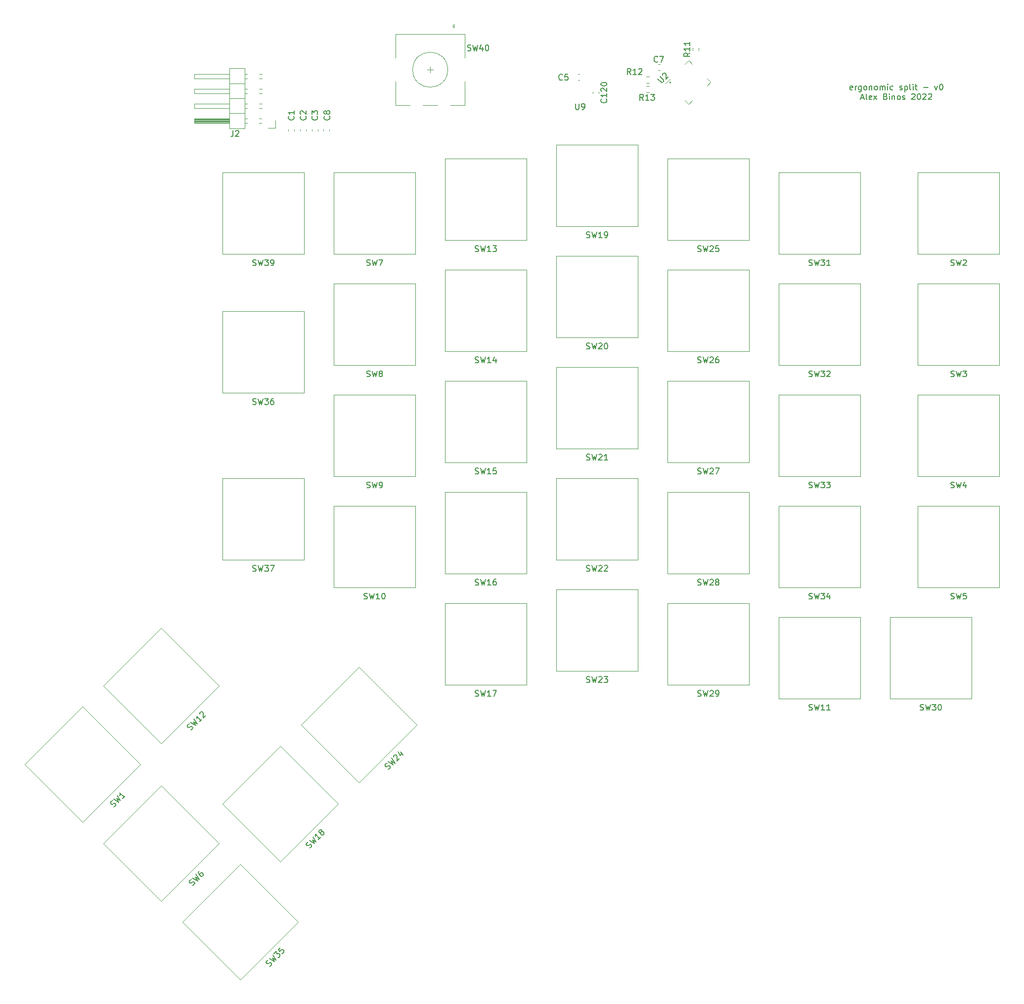
<source format=gbr>
%TF.GenerationSoftware,KiCad,Pcbnew,(5.1.8)-1*%
%TF.CreationDate,2022-07-09T18:06:19+10:00*%
%TF.ProjectId,ergonomic_split_right,6572676f-6e6f-46d6-9963-5f73706c6974,rev?*%
%TF.SameCoordinates,Original*%
%TF.FileFunction,Legend,Top*%
%TF.FilePolarity,Positive*%
%FSLAX46Y46*%
G04 Gerber Fmt 4.6, Leading zero omitted, Abs format (unit mm)*
G04 Created by KiCad (PCBNEW (5.1.8)-1) date 2022-07-09 18:06:19*
%MOMM*%
%LPD*%
G01*
G04 APERTURE LIST*
%ADD10C,0.150000*%
%ADD11C,0.120000*%
G04 APERTURE END LIST*
D10*
X253270690Y-51840261D02*
X253175452Y-51887880D01*
X252984976Y-51887880D01*
X252889738Y-51840261D01*
X252842119Y-51745023D01*
X252842119Y-51364071D01*
X252889738Y-51268833D01*
X252984976Y-51221214D01*
X253175452Y-51221214D01*
X253270690Y-51268833D01*
X253318309Y-51364071D01*
X253318309Y-51459309D01*
X252842119Y-51554547D01*
X253746880Y-51887880D02*
X253746880Y-51221214D01*
X253746880Y-51411690D02*
X253794500Y-51316452D01*
X253842119Y-51268833D01*
X253937357Y-51221214D01*
X254032595Y-51221214D01*
X254794500Y-51221214D02*
X254794500Y-52030738D01*
X254746880Y-52125976D01*
X254699261Y-52173595D01*
X254604023Y-52221214D01*
X254461166Y-52221214D01*
X254365928Y-52173595D01*
X254794500Y-51840261D02*
X254699261Y-51887880D01*
X254508785Y-51887880D01*
X254413547Y-51840261D01*
X254365928Y-51792642D01*
X254318309Y-51697404D01*
X254318309Y-51411690D01*
X254365928Y-51316452D01*
X254413547Y-51268833D01*
X254508785Y-51221214D01*
X254699261Y-51221214D01*
X254794500Y-51268833D01*
X255413547Y-51887880D02*
X255318309Y-51840261D01*
X255270690Y-51792642D01*
X255223071Y-51697404D01*
X255223071Y-51411690D01*
X255270690Y-51316452D01*
X255318309Y-51268833D01*
X255413547Y-51221214D01*
X255556404Y-51221214D01*
X255651642Y-51268833D01*
X255699261Y-51316452D01*
X255746880Y-51411690D01*
X255746880Y-51697404D01*
X255699261Y-51792642D01*
X255651642Y-51840261D01*
X255556404Y-51887880D01*
X255413547Y-51887880D01*
X256175452Y-51221214D02*
X256175452Y-51887880D01*
X256175452Y-51316452D02*
X256223071Y-51268833D01*
X256318309Y-51221214D01*
X256461166Y-51221214D01*
X256556404Y-51268833D01*
X256604023Y-51364071D01*
X256604023Y-51887880D01*
X257223071Y-51887880D02*
X257127833Y-51840261D01*
X257080214Y-51792642D01*
X257032595Y-51697404D01*
X257032595Y-51411690D01*
X257080214Y-51316452D01*
X257127833Y-51268833D01*
X257223071Y-51221214D01*
X257365928Y-51221214D01*
X257461166Y-51268833D01*
X257508785Y-51316452D01*
X257556404Y-51411690D01*
X257556404Y-51697404D01*
X257508785Y-51792642D01*
X257461166Y-51840261D01*
X257365928Y-51887880D01*
X257223071Y-51887880D01*
X257984976Y-51887880D02*
X257984976Y-51221214D01*
X257984976Y-51316452D02*
X258032595Y-51268833D01*
X258127833Y-51221214D01*
X258270690Y-51221214D01*
X258365928Y-51268833D01*
X258413547Y-51364071D01*
X258413547Y-51887880D01*
X258413547Y-51364071D02*
X258461166Y-51268833D01*
X258556404Y-51221214D01*
X258699261Y-51221214D01*
X258794500Y-51268833D01*
X258842119Y-51364071D01*
X258842119Y-51887880D01*
X259318309Y-51887880D02*
X259318309Y-51221214D01*
X259318309Y-50887880D02*
X259270690Y-50935500D01*
X259318309Y-50983119D01*
X259365928Y-50935500D01*
X259318309Y-50887880D01*
X259318309Y-50983119D01*
X260223071Y-51840261D02*
X260127833Y-51887880D01*
X259937357Y-51887880D01*
X259842119Y-51840261D01*
X259794500Y-51792642D01*
X259746880Y-51697404D01*
X259746880Y-51411690D01*
X259794500Y-51316452D01*
X259842119Y-51268833D01*
X259937357Y-51221214D01*
X260127833Y-51221214D01*
X260223071Y-51268833D01*
X261365928Y-51840261D02*
X261461166Y-51887880D01*
X261651642Y-51887880D01*
X261746880Y-51840261D01*
X261794500Y-51745023D01*
X261794500Y-51697404D01*
X261746880Y-51602166D01*
X261651642Y-51554547D01*
X261508785Y-51554547D01*
X261413547Y-51506928D01*
X261365928Y-51411690D01*
X261365928Y-51364071D01*
X261413547Y-51268833D01*
X261508785Y-51221214D01*
X261651642Y-51221214D01*
X261746880Y-51268833D01*
X262223071Y-51221214D02*
X262223071Y-52221214D01*
X262223071Y-51268833D02*
X262318309Y-51221214D01*
X262508785Y-51221214D01*
X262604023Y-51268833D01*
X262651642Y-51316452D01*
X262699261Y-51411690D01*
X262699261Y-51697404D01*
X262651642Y-51792642D01*
X262604023Y-51840261D01*
X262508785Y-51887880D01*
X262318309Y-51887880D01*
X262223071Y-51840261D01*
X263270690Y-51887880D02*
X263175452Y-51840261D01*
X263127833Y-51745023D01*
X263127833Y-50887880D01*
X263651642Y-51887880D02*
X263651642Y-51221214D01*
X263651642Y-50887880D02*
X263604023Y-50935500D01*
X263651642Y-50983119D01*
X263699261Y-50935500D01*
X263651642Y-50887880D01*
X263651642Y-50983119D01*
X263984976Y-51221214D02*
X264365928Y-51221214D01*
X264127833Y-50887880D02*
X264127833Y-51745023D01*
X264175452Y-51840261D01*
X264270690Y-51887880D01*
X264365928Y-51887880D01*
X265461166Y-51506928D02*
X266223071Y-51506928D01*
X267365928Y-51221214D02*
X267604023Y-51887880D01*
X267842119Y-51221214D01*
X268413547Y-50887880D02*
X268508785Y-50887880D01*
X268604023Y-50935500D01*
X268651642Y-50983119D01*
X268699261Y-51078357D01*
X268746880Y-51268833D01*
X268746880Y-51506928D01*
X268699261Y-51697404D01*
X268651642Y-51792642D01*
X268604023Y-51840261D01*
X268508785Y-51887880D01*
X268413547Y-51887880D01*
X268318309Y-51840261D01*
X268270690Y-51792642D01*
X268223071Y-51697404D01*
X268175452Y-51506928D01*
X268175452Y-51268833D01*
X268223071Y-51078357D01*
X268270690Y-50983119D01*
X268318309Y-50935500D01*
X268413547Y-50887880D01*
X254746880Y-53252166D02*
X255223071Y-53252166D01*
X254651642Y-53537880D02*
X254984976Y-52537880D01*
X255318309Y-53537880D01*
X255794500Y-53537880D02*
X255699261Y-53490261D01*
X255651642Y-53395023D01*
X255651642Y-52537880D01*
X256556404Y-53490261D02*
X256461166Y-53537880D01*
X256270690Y-53537880D01*
X256175452Y-53490261D01*
X256127833Y-53395023D01*
X256127833Y-53014071D01*
X256175452Y-52918833D01*
X256270690Y-52871214D01*
X256461166Y-52871214D01*
X256556404Y-52918833D01*
X256604023Y-53014071D01*
X256604023Y-53109309D01*
X256127833Y-53204547D01*
X256937357Y-53537880D02*
X257461166Y-52871214D01*
X256937357Y-52871214D02*
X257461166Y-53537880D01*
X258937357Y-53014071D02*
X259080214Y-53061690D01*
X259127833Y-53109309D01*
X259175452Y-53204547D01*
X259175452Y-53347404D01*
X259127833Y-53442642D01*
X259080214Y-53490261D01*
X258984976Y-53537880D01*
X258604023Y-53537880D01*
X258604023Y-52537880D01*
X258937357Y-52537880D01*
X259032595Y-52585500D01*
X259080214Y-52633119D01*
X259127833Y-52728357D01*
X259127833Y-52823595D01*
X259080214Y-52918833D01*
X259032595Y-52966452D01*
X258937357Y-53014071D01*
X258604023Y-53014071D01*
X259604023Y-53537880D02*
X259604023Y-52871214D01*
X259604023Y-52537880D02*
X259556404Y-52585500D01*
X259604023Y-52633119D01*
X259651642Y-52585500D01*
X259604023Y-52537880D01*
X259604023Y-52633119D01*
X260080214Y-52871214D02*
X260080214Y-53537880D01*
X260080214Y-52966452D02*
X260127833Y-52918833D01*
X260223071Y-52871214D01*
X260365928Y-52871214D01*
X260461166Y-52918833D01*
X260508785Y-53014071D01*
X260508785Y-53537880D01*
X261127833Y-53537880D02*
X261032595Y-53490261D01*
X260984976Y-53442642D01*
X260937357Y-53347404D01*
X260937357Y-53061690D01*
X260984976Y-52966452D01*
X261032595Y-52918833D01*
X261127833Y-52871214D01*
X261270690Y-52871214D01*
X261365928Y-52918833D01*
X261413547Y-52966452D01*
X261461166Y-53061690D01*
X261461166Y-53347404D01*
X261413547Y-53442642D01*
X261365928Y-53490261D01*
X261270690Y-53537880D01*
X261127833Y-53537880D01*
X261842119Y-53490261D02*
X261937357Y-53537880D01*
X262127833Y-53537880D01*
X262223071Y-53490261D01*
X262270690Y-53395023D01*
X262270690Y-53347404D01*
X262223071Y-53252166D01*
X262127833Y-53204547D01*
X261984976Y-53204547D01*
X261889738Y-53156928D01*
X261842119Y-53061690D01*
X261842119Y-53014071D01*
X261889738Y-52918833D01*
X261984976Y-52871214D01*
X262127833Y-52871214D01*
X262223071Y-52918833D01*
X263413547Y-52633119D02*
X263461166Y-52585500D01*
X263556404Y-52537880D01*
X263794500Y-52537880D01*
X263889738Y-52585500D01*
X263937357Y-52633119D01*
X263984976Y-52728357D01*
X263984976Y-52823595D01*
X263937357Y-52966452D01*
X263365928Y-53537880D01*
X263984976Y-53537880D01*
X264604023Y-52537880D02*
X264699261Y-52537880D01*
X264794500Y-52585500D01*
X264842119Y-52633119D01*
X264889738Y-52728357D01*
X264937357Y-52918833D01*
X264937357Y-53156928D01*
X264889738Y-53347404D01*
X264842119Y-53442642D01*
X264794500Y-53490261D01*
X264699261Y-53537880D01*
X264604023Y-53537880D01*
X264508785Y-53490261D01*
X264461166Y-53442642D01*
X264413547Y-53347404D01*
X264365928Y-53156928D01*
X264365928Y-52918833D01*
X264413547Y-52728357D01*
X264461166Y-52633119D01*
X264508785Y-52585500D01*
X264604023Y-52537880D01*
X265318309Y-52633119D02*
X265365928Y-52585500D01*
X265461166Y-52537880D01*
X265699261Y-52537880D01*
X265794500Y-52585500D01*
X265842119Y-52633119D01*
X265889738Y-52728357D01*
X265889738Y-52823595D01*
X265842119Y-52966452D01*
X265270690Y-53537880D01*
X265889738Y-53537880D01*
X266270690Y-52633119D02*
X266318309Y-52585500D01*
X266413547Y-52537880D01*
X266651642Y-52537880D01*
X266746880Y-52585500D01*
X266794500Y-52633119D01*
X266842119Y-52728357D01*
X266842119Y-52823595D01*
X266794500Y-52966452D01*
X266223071Y-53537880D01*
X266842119Y-53537880D01*
X222176626Y-50617120D02*
G75*
G03*
X222176626Y-50617120I-79026J0D01*
G01*
D11*
%TO.C,C8*%
X162710400Y-58650260D02*
X162710400Y-58931420D01*
X163730400Y-58650260D02*
X163730400Y-58931420D01*
%TO.C,C3*%
X160695332Y-58650260D02*
X160695332Y-58931420D01*
X161715332Y-58650260D02*
X161715332Y-58931420D01*
%TO.C,C2*%
X158680266Y-58650260D02*
X158680266Y-58931420D01*
X159700266Y-58650260D02*
X159700266Y-58931420D01*
%TO.C,C1*%
X156665200Y-58650260D02*
X156665200Y-58931420D01*
X157685200Y-58650260D02*
X157685200Y-58931420D01*
%TO.C,SW12*%
X144831741Y-153987535D02*
X134932246Y-144088040D01*
X134932246Y-163887030D02*
X125032751Y-153987535D01*
X144831741Y-153987535D02*
X134932246Y-163887030D01*
X125032751Y-153987535D02*
X134932246Y-144088040D01*
%TO.C,SW1*%
X131343245Y-167481250D02*
X121443750Y-157581755D01*
X121443750Y-177380745D02*
X111544255Y-167481250D01*
X131343245Y-167481250D02*
X121443750Y-177380745D01*
X111544255Y-167481250D02*
X121443750Y-157581755D01*
%TO.C,SW35*%
X158325491Y-194468785D02*
X148425996Y-184569290D01*
X148425996Y-204368280D02*
X138526501Y-194468785D01*
X158325491Y-194468785D02*
X148425996Y-204368280D01*
X138526501Y-194468785D02*
X148425996Y-184569290D01*
%TO.C,C5*%
X206244580Y-50207640D02*
X206525740Y-50207640D01*
X206244580Y-49187640D02*
X206525740Y-49187640D01*
%TO.C,C7*%
X220299860Y-48516000D02*
X220018700Y-48516000D01*
X220299860Y-47496000D02*
X220018700Y-47496000D01*
%TO.C,C120*%
X209841560Y-52198660D02*
X209841560Y-52479820D01*
X208821560Y-52198660D02*
X208821560Y-52479820D01*
%TO.C,J2*%
X154463750Y-58420000D02*
X153193750Y-58420000D01*
X154463750Y-57150000D02*
X154463750Y-58420000D01*
X152150821Y-49150000D02*
X151696679Y-49150000D01*
X152150821Y-49910000D02*
X151696679Y-49910000D01*
X149610821Y-49150000D02*
X149213750Y-49150000D01*
X149610821Y-49910000D02*
X149213750Y-49910000D01*
X140553750Y-49150000D02*
X146553750Y-49150000D01*
X140553750Y-49910000D02*
X140553750Y-49150000D01*
X146553750Y-49910000D02*
X140553750Y-49910000D01*
X149213750Y-50800000D02*
X146553750Y-50800000D01*
X152150821Y-51690000D02*
X151696679Y-51690000D01*
X152150821Y-52450000D02*
X151696679Y-52450000D01*
X149610821Y-51690000D02*
X149213750Y-51690000D01*
X149610821Y-52450000D02*
X149213750Y-52450000D01*
X140553750Y-51690000D02*
X146553750Y-51690000D01*
X140553750Y-52450000D02*
X140553750Y-51690000D01*
X146553750Y-52450000D02*
X140553750Y-52450000D01*
X149213750Y-53340000D02*
X146553750Y-53340000D01*
X152150821Y-54230000D02*
X151696679Y-54230000D01*
X152150821Y-54990000D02*
X151696679Y-54990000D01*
X149610821Y-54230000D02*
X149213750Y-54230000D01*
X149610821Y-54990000D02*
X149213750Y-54990000D01*
X140553750Y-54230000D02*
X146553750Y-54230000D01*
X140553750Y-54990000D02*
X140553750Y-54230000D01*
X146553750Y-54990000D02*
X140553750Y-54990000D01*
X149213750Y-55880000D02*
X146553750Y-55880000D01*
X152083750Y-56770000D02*
X151696679Y-56770000D01*
X152083750Y-57530000D02*
X151696679Y-57530000D01*
X149610821Y-56770000D02*
X149213750Y-56770000D01*
X149610821Y-57530000D02*
X149213750Y-57530000D01*
X146553750Y-56870000D02*
X140553750Y-56870000D01*
X146553750Y-56990000D02*
X140553750Y-56990000D01*
X146553750Y-57110000D02*
X140553750Y-57110000D01*
X146553750Y-57230000D02*
X140553750Y-57230000D01*
X146553750Y-57350000D02*
X140553750Y-57350000D01*
X146553750Y-57470000D02*
X140553750Y-57470000D01*
X140553750Y-56770000D02*
X146553750Y-56770000D01*
X140553750Y-57530000D02*
X140553750Y-56770000D01*
X146553750Y-57530000D02*
X140553750Y-57530000D01*
X146553750Y-58480000D02*
X149213750Y-58480000D01*
X146553750Y-48200000D02*
X146553750Y-58480000D01*
X149213750Y-48200000D02*
X146553750Y-48200000D01*
X149213750Y-58480000D02*
X149213750Y-48200000D01*
%TO.C,R11*%
X226938100Y-45157658D02*
X226938100Y-44683142D01*
X225893100Y-45157658D02*
X225893100Y-44683142D01*
%TO.C,R12*%
X218448658Y-49642500D02*
X217974142Y-49642500D01*
X218448658Y-50687500D02*
X217974142Y-50687500D01*
%TO.C,R13*%
X218448959Y-52281831D02*
X217974443Y-52281831D01*
X218448959Y-51236831D02*
X217974443Y-51236831D01*
%TO.C,SW2*%
X264459960Y-66022460D02*
X278459960Y-66022460D01*
X278458760Y-80021310D02*
X278458760Y-66021310D01*
X264458760Y-80021310D02*
X264458760Y-66021310D01*
X278458760Y-80021310D02*
X264458760Y-80021310D01*
%TO.C,SW3*%
X264459960Y-85072460D02*
X278459960Y-85072460D01*
X278459960Y-99072460D02*
X278459960Y-85072460D01*
X278459960Y-99072460D02*
X264459960Y-99072460D01*
X264459960Y-99072460D02*
X264459960Y-85072460D01*
%TO.C,SW4*%
X278458760Y-118121310D02*
X264458760Y-118121310D01*
X264458760Y-118121310D02*
X264458760Y-104121310D01*
X278458760Y-118121310D02*
X278458760Y-104121310D01*
X264459960Y-104122460D02*
X278459960Y-104122460D01*
%TO.C,SW5*%
X264457420Y-137169920D02*
X264457420Y-123169920D01*
X278457420Y-137169920D02*
X264457420Y-137169920D01*
X278457420Y-137169920D02*
X278457420Y-123169920D01*
X264457420Y-123169920D02*
X278457420Y-123169920D01*
%TO.C,SW6*%
X144831741Y-180975035D02*
X134932246Y-171075540D01*
X134932246Y-190874530D02*
X125032751Y-180975035D01*
X144831741Y-180975035D02*
X134932246Y-190874530D01*
X125032751Y-180975035D02*
X134932246Y-171075540D01*
%TO.C,SW7*%
X164446260Y-66021310D02*
X178446260Y-66021310D01*
X178446260Y-80021310D02*
X164446260Y-80021310D01*
X164446260Y-80021310D02*
X164446260Y-66021310D01*
X178446260Y-80021310D02*
X178446260Y-66021310D01*
%TO.C,SW8*%
X164446260Y-85071310D02*
X178446260Y-85071310D01*
X178446260Y-99071310D02*
X164446260Y-99071310D01*
X164446260Y-99071310D02*
X164446260Y-85071310D01*
X178446260Y-99071310D02*
X178446260Y-85071310D01*
%TO.C,SW9*%
X178446260Y-118121310D02*
X178446260Y-104121310D01*
X164446260Y-118121310D02*
X164446260Y-104121310D01*
X178446260Y-118121310D02*
X164446260Y-118121310D01*
X164446260Y-104121310D02*
X178446260Y-104121310D01*
%TO.C,SW10*%
X164446260Y-123171310D02*
X178446260Y-123171310D01*
X178446260Y-137171310D02*
X164446260Y-137171310D01*
X164446260Y-137171310D02*
X164446260Y-123171310D01*
X178446260Y-137171310D02*
X178446260Y-123171310D01*
%TO.C,SW11*%
X240646260Y-142221310D02*
X254646260Y-142221310D01*
X254646260Y-156221310D02*
X240646260Y-156221310D01*
X240646260Y-156221310D02*
X240646260Y-142221310D01*
X254646260Y-156221310D02*
X254646260Y-142221310D01*
%TO.C,SW13*%
X197496260Y-77640060D02*
X197496260Y-63640060D01*
X183496260Y-77640060D02*
X183496260Y-63640060D01*
X197496260Y-77640060D02*
X183496260Y-77640060D01*
X183496260Y-63640060D02*
X197496260Y-63640060D01*
%TO.C,SW14*%
X197496260Y-96690060D02*
X197496260Y-82690060D01*
X183496260Y-96690060D02*
X183496260Y-82690060D01*
X197496260Y-96690060D02*
X183496260Y-96690060D01*
X183496260Y-82690060D02*
X197496260Y-82690060D01*
%TO.C,SW15*%
X197492520Y-115736370D02*
X197492520Y-101736370D01*
X183492520Y-115736370D02*
X183492520Y-101736370D01*
X197492520Y-115736370D02*
X183492520Y-115736370D01*
X183492520Y-101736370D02*
X197492520Y-101736370D01*
%TO.C,SW16*%
X197496260Y-134790060D02*
X197496260Y-120790060D01*
X183496260Y-134790060D02*
X183496260Y-120790060D01*
X197496260Y-134790060D02*
X183496260Y-134790060D01*
X183496260Y-120790060D02*
X197496260Y-120790060D01*
%TO.C,SW17*%
X183492520Y-139836370D02*
X197492520Y-139836370D01*
X197492520Y-153836370D02*
X183492520Y-153836370D01*
X183492520Y-153836370D02*
X183492520Y-139836370D01*
X197492520Y-153836370D02*
X197492520Y-139836370D01*
%TO.C,SW18*%
X155286928Y-184114285D02*
X145387433Y-174214790D01*
X155286928Y-164315295D02*
X165186423Y-174214790D01*
X165184761Y-174214825D02*
X155285266Y-184114320D01*
X145385771Y-174214825D02*
X155285266Y-164315330D01*
%TO.C,SW19*%
X202542520Y-61255120D02*
X216542520Y-61255120D01*
X216542520Y-75255120D02*
X202542520Y-75255120D01*
X202542520Y-75255120D02*
X202542520Y-61255120D01*
X216542520Y-75255120D02*
X216542520Y-61255120D01*
%TO.C,SW20*%
X216546260Y-94308810D02*
X216546260Y-80308810D01*
X202546260Y-94308810D02*
X202546260Y-80308810D01*
X216546260Y-94308810D02*
X202546260Y-94308810D01*
X202546260Y-80308810D02*
X216546260Y-80308810D01*
%TO.C,SW21*%
X202546260Y-99358810D02*
X216546260Y-99358810D01*
X216546260Y-113358810D02*
X202546260Y-113358810D01*
X202546260Y-113358810D02*
X202546260Y-99358810D01*
X216546260Y-113358810D02*
X216546260Y-99358810D01*
%TO.C,SW22*%
X202546260Y-118408810D02*
X216546260Y-118408810D01*
X216546260Y-132408810D02*
X202546260Y-132408810D01*
X202546260Y-132408810D02*
X202546260Y-118408810D01*
X216546260Y-132408810D02*
X216546260Y-118408810D01*
%TO.C,SW23*%
X216542520Y-151455120D02*
X216542520Y-137455120D01*
X202542520Y-151455120D02*
X202542520Y-137455120D01*
X216542520Y-151455120D02*
X202542520Y-151455120D01*
X202542520Y-137455120D02*
X216542520Y-137455120D01*
%TO.C,SW24*%
X158884775Y-160721040D02*
X168784270Y-150821545D01*
X178683765Y-160721040D02*
X168784270Y-170620535D01*
X168785932Y-150821510D02*
X178685427Y-160721005D01*
X168785932Y-170620500D02*
X158886437Y-160721005D01*
%TO.C,SW25*%
X235596260Y-77640060D02*
X235596260Y-63640060D01*
X221596260Y-77640060D02*
X221596260Y-63640060D01*
X235596260Y-77640060D02*
X221596260Y-77640060D01*
X221596260Y-63640060D02*
X235596260Y-63640060D01*
%TO.C,SW26*%
X221596260Y-82690060D02*
X235596260Y-82690060D01*
X235596260Y-96690060D02*
X221596260Y-96690060D01*
X221596260Y-96690060D02*
X221596260Y-82690060D01*
X235596260Y-96690060D02*
X235596260Y-82690060D01*
%TO.C,SW27*%
X221596260Y-101740060D02*
X235596260Y-101740060D01*
X235596260Y-115740060D02*
X221596260Y-115740060D01*
X221596260Y-115740060D02*
X221596260Y-101740060D01*
X235596260Y-115740060D02*
X235596260Y-101740060D01*
%TO.C,SW28*%
X221596260Y-120790060D02*
X235596260Y-120790060D01*
X235596260Y-134790060D02*
X221596260Y-134790060D01*
X221596260Y-134790060D02*
X221596260Y-120790060D01*
X235596260Y-134790060D02*
X235596260Y-120790060D01*
%TO.C,SW29*%
X235596260Y-153840060D02*
X235596260Y-139840060D01*
X221596260Y-153840060D02*
X221596260Y-139840060D01*
X235596260Y-153840060D02*
X221596260Y-153840060D01*
X221596260Y-139840060D02*
X235596260Y-139840060D01*
%TO.C,SW30*%
X273696260Y-156221310D02*
X273696260Y-142221310D01*
X259696260Y-156221310D02*
X259696260Y-142221310D01*
X273696260Y-156221310D02*
X259696260Y-156221310D01*
X259696260Y-142221310D02*
X273696260Y-142221310D01*
%TO.C,SW31*%
X240646260Y-66021310D02*
X254646260Y-66021310D01*
X254646260Y-80021310D02*
X240646260Y-80021310D01*
X240646260Y-80021310D02*
X240646260Y-66021310D01*
X254646260Y-80021310D02*
X254646260Y-66021310D01*
%TO.C,SW32*%
X254646260Y-99071310D02*
X254646260Y-85071310D01*
X240646260Y-99071310D02*
X240646260Y-85071310D01*
X254646260Y-99071310D02*
X240646260Y-99071310D01*
X240646260Y-85071310D02*
X254646260Y-85071310D01*
%TO.C,SW33*%
X254646260Y-118121310D02*
X254646260Y-104121310D01*
X240646260Y-118121310D02*
X240646260Y-104121310D01*
X254646260Y-118121310D02*
X240646260Y-118121310D01*
X240646260Y-104121310D02*
X254646260Y-104121310D01*
%TO.C,SW34*%
X254642520Y-137167620D02*
X254642520Y-123167620D01*
X240642520Y-137167620D02*
X240642520Y-123167620D01*
X254642520Y-137167620D02*
X240642520Y-137167620D01*
X240642520Y-123167620D02*
X254642520Y-123167620D01*
%TO.C,SW36*%
X159397460Y-89834960D02*
X145397460Y-89834960D01*
X159397460Y-103834960D02*
X145397460Y-103834960D01*
X159396260Y-103833810D02*
X159396260Y-89833810D01*
X145396260Y-103833810D02*
X145396260Y-89833810D01*
%TO.C,SW37*%
X145396260Y-132408810D02*
X145396260Y-118408810D01*
X159396260Y-132408810D02*
X159396260Y-118408810D01*
X159397460Y-132409960D02*
X145397460Y-132409960D01*
X159397460Y-118409960D02*
X145397460Y-118409960D01*
%TO.C,SW39*%
X159396260Y-80021310D02*
X159396260Y-66021310D01*
X145396260Y-80021310D02*
X145396260Y-66021310D01*
X159396260Y-80021310D02*
X145396260Y-80021310D01*
X145396260Y-66021310D02*
X159396260Y-66021310D01*
%TO.C,SW40*%
X183971820Y-48427020D02*
G75*
G03*
X183971820Y-48427020I-3000000J0D01*
G01*
X186871820Y-50427020D02*
X186871820Y-54527020D01*
X175071820Y-54527020D02*
X175071820Y-50427020D01*
X175071820Y-46427020D02*
X175071820Y-42327020D01*
X186871820Y-46427020D02*
X186871820Y-42327020D01*
X186871820Y-42327020D02*
X175071820Y-42327020D01*
X184771820Y-40927020D02*
X185071820Y-40627020D01*
X185071820Y-40627020D02*
X185071820Y-41227020D01*
X185071820Y-41227020D02*
X184771820Y-40927020D01*
X186871820Y-54527020D02*
X184471820Y-54527020D01*
X182271820Y-54527020D02*
X179671820Y-54527020D01*
X177471820Y-54527020D02*
X175071820Y-54527020D01*
X181471820Y-48427020D02*
X180471820Y-48427020D01*
X180971820Y-47927020D02*
X180971820Y-48927020D01*
%TO.C,U2*%
X222126161Y-49929142D02*
X221277633Y-50777670D01*
X225237431Y-54313204D02*
X224601035Y-53676808D01*
X225873827Y-53676808D02*
X225237431Y-54313204D01*
X228985097Y-50565538D02*
X228348701Y-49929142D01*
X228348701Y-51201934D02*
X228985097Y-50565538D01*
X225237431Y-46817872D02*
X225873827Y-47454268D01*
X224601035Y-47454268D02*
X225237431Y-46817872D01*
%TO.C,C8*%
D10*
X163691842Y-56414966D02*
X163739461Y-56462585D01*
X163787080Y-56605442D01*
X163787080Y-56700680D01*
X163739461Y-56843538D01*
X163644223Y-56938776D01*
X163548985Y-56986395D01*
X163358509Y-57034014D01*
X163215652Y-57034014D01*
X163025176Y-56986395D01*
X162929938Y-56938776D01*
X162834700Y-56843538D01*
X162787080Y-56700680D01*
X162787080Y-56605442D01*
X162834700Y-56462585D01*
X162882319Y-56414966D01*
X163215652Y-55843538D02*
X163168033Y-55938776D01*
X163120414Y-55986395D01*
X163025176Y-56034014D01*
X162977557Y-56034014D01*
X162882319Y-55986395D01*
X162834700Y-55938776D01*
X162787080Y-55843538D01*
X162787080Y-55653061D01*
X162834700Y-55557823D01*
X162882319Y-55510204D01*
X162977557Y-55462585D01*
X163025176Y-55462585D01*
X163120414Y-55510204D01*
X163168033Y-55557823D01*
X163215652Y-55653061D01*
X163215652Y-55843538D01*
X163263271Y-55938776D01*
X163310890Y-55986395D01*
X163406128Y-56034014D01*
X163596604Y-56034014D01*
X163691842Y-55986395D01*
X163739461Y-55938776D01*
X163787080Y-55843538D01*
X163787080Y-55653061D01*
X163739461Y-55557823D01*
X163691842Y-55510204D01*
X163596604Y-55462585D01*
X163406128Y-55462585D01*
X163310890Y-55510204D01*
X163263271Y-55557823D01*
X163215652Y-55653061D01*
%TO.C,C3*%
X161609042Y-56414966D02*
X161656661Y-56462585D01*
X161704280Y-56605442D01*
X161704280Y-56700680D01*
X161656661Y-56843538D01*
X161561423Y-56938776D01*
X161466185Y-56986395D01*
X161275709Y-57034014D01*
X161132852Y-57034014D01*
X160942376Y-56986395D01*
X160847138Y-56938776D01*
X160751900Y-56843538D01*
X160704280Y-56700680D01*
X160704280Y-56605442D01*
X160751900Y-56462585D01*
X160799519Y-56414966D01*
X160704280Y-56081633D02*
X160704280Y-55462585D01*
X161085233Y-55795919D01*
X161085233Y-55653061D01*
X161132852Y-55557823D01*
X161180471Y-55510204D01*
X161275709Y-55462585D01*
X161513804Y-55462585D01*
X161609042Y-55510204D01*
X161656661Y-55557823D01*
X161704280Y-55653061D01*
X161704280Y-55938776D01*
X161656661Y-56034014D01*
X161609042Y-56081633D01*
%TO.C,C2*%
X159627842Y-56414966D02*
X159675461Y-56462585D01*
X159723080Y-56605442D01*
X159723080Y-56700680D01*
X159675461Y-56843538D01*
X159580223Y-56938776D01*
X159484985Y-56986395D01*
X159294509Y-57034014D01*
X159151652Y-57034014D01*
X158961176Y-56986395D01*
X158865938Y-56938776D01*
X158770700Y-56843538D01*
X158723080Y-56700680D01*
X158723080Y-56605442D01*
X158770700Y-56462585D01*
X158818319Y-56414966D01*
X158818319Y-56034014D02*
X158770700Y-55986395D01*
X158723080Y-55891157D01*
X158723080Y-55653061D01*
X158770700Y-55557823D01*
X158818319Y-55510204D01*
X158913557Y-55462585D01*
X159008795Y-55462585D01*
X159151652Y-55510204D01*
X159723080Y-56081633D01*
X159723080Y-55462585D01*
%TO.C,C1*%
X157583142Y-56414966D02*
X157630761Y-56462585D01*
X157678380Y-56605442D01*
X157678380Y-56700680D01*
X157630761Y-56843538D01*
X157535523Y-56938776D01*
X157440285Y-56986395D01*
X157249809Y-57034014D01*
X157106952Y-57034014D01*
X156916476Y-56986395D01*
X156821238Y-56938776D01*
X156726000Y-56843538D01*
X156678380Y-56700680D01*
X156678380Y-56605442D01*
X156726000Y-56462585D01*
X156773619Y-56414966D01*
X157678380Y-55462585D02*
X157678380Y-56034014D01*
X157678380Y-55748300D02*
X156678380Y-55748300D01*
X156821238Y-55843538D01*
X156916476Y-55938776D01*
X156964095Y-56034014D01*
%TO.C,SW12*%
X139959159Y-161568212D02*
X140093846Y-161500868D01*
X140262205Y-161332510D01*
X140295876Y-161231494D01*
X140295876Y-161164151D01*
X140262205Y-161063136D01*
X140194861Y-160995792D01*
X140093846Y-160962120D01*
X140026502Y-160962120D01*
X139925487Y-160995792D01*
X139757128Y-161096807D01*
X139656113Y-161130479D01*
X139588770Y-161130479D01*
X139487754Y-161096807D01*
X139420411Y-161029464D01*
X139386739Y-160928449D01*
X139386739Y-160861105D01*
X139420411Y-160760090D01*
X139588770Y-160591731D01*
X139723457Y-160524388D01*
X139925487Y-160255014D02*
X140800953Y-160793762D01*
X140430563Y-160153998D01*
X141070327Y-160524388D01*
X140531579Y-159648922D01*
X141878449Y-159716266D02*
X141474388Y-160120327D01*
X141676418Y-159918296D02*
X140969311Y-159211189D01*
X141002983Y-159379548D01*
X141002983Y-159514235D01*
X140969311Y-159615250D01*
X141508059Y-158807128D02*
X141508059Y-158739785D01*
X141541731Y-158638770D01*
X141710090Y-158470411D01*
X141811105Y-158436739D01*
X141878449Y-158436739D01*
X141979464Y-158470411D01*
X142046807Y-158537754D01*
X142114151Y-158672441D01*
X142114151Y-159480563D01*
X142551884Y-159042831D01*
%TO.C,SW1*%
X126807380Y-174725209D02*
X126942067Y-174657866D01*
X127110426Y-174489507D01*
X127144098Y-174388492D01*
X127144098Y-174321148D01*
X127110426Y-174220133D01*
X127043083Y-174152790D01*
X126942067Y-174119118D01*
X126874724Y-174119118D01*
X126773709Y-174152790D01*
X126605350Y-174253805D01*
X126504335Y-174287477D01*
X126436991Y-174287477D01*
X126335976Y-174253805D01*
X126268632Y-174186461D01*
X126234961Y-174085446D01*
X126234961Y-174018103D01*
X126268632Y-173917087D01*
X126436991Y-173748729D01*
X126571678Y-173681385D01*
X126773709Y-173412011D02*
X127649174Y-173950759D01*
X127278785Y-173310996D01*
X127918548Y-173681385D01*
X127379800Y-172805920D01*
X128726670Y-172873263D02*
X128322609Y-173277324D01*
X128524640Y-173075294D02*
X127817533Y-172368187D01*
X127851205Y-172536546D01*
X127851205Y-172671233D01*
X127817533Y-172772248D01*
%TO.C,SW35*%
X153452909Y-202049462D02*
X153587596Y-201982118D01*
X153755955Y-201813760D01*
X153789626Y-201712744D01*
X153789626Y-201645401D01*
X153755955Y-201544386D01*
X153688611Y-201477042D01*
X153587596Y-201443370D01*
X153520252Y-201443370D01*
X153419237Y-201477042D01*
X153250878Y-201578057D01*
X153149863Y-201611729D01*
X153082520Y-201611729D01*
X152981504Y-201578057D01*
X152914161Y-201510714D01*
X152880489Y-201409699D01*
X152880489Y-201342355D01*
X152914161Y-201241340D01*
X153082520Y-201072981D01*
X153217207Y-201005638D01*
X153419237Y-200736264D02*
X154294703Y-201275012D01*
X153924313Y-200635248D01*
X154564077Y-201005638D01*
X154025329Y-200130172D01*
X154227359Y-199928142D02*
X154665092Y-199490409D01*
X154698764Y-199995485D01*
X154799779Y-199894470D01*
X154900794Y-199860798D01*
X154968138Y-199860798D01*
X155069153Y-199894470D01*
X155237512Y-200062829D01*
X155271183Y-200163844D01*
X155271183Y-200231187D01*
X155237512Y-200332203D01*
X155035481Y-200534233D01*
X154934466Y-200567905D01*
X154867122Y-200567905D01*
X155304855Y-198850646D02*
X154968138Y-199187363D01*
X155271183Y-199557752D01*
X155271183Y-199490409D01*
X155304855Y-199389394D01*
X155473214Y-199221035D01*
X155574229Y-199187363D01*
X155641573Y-199187363D01*
X155742588Y-199221035D01*
X155910947Y-199389394D01*
X155944618Y-199490409D01*
X155944618Y-199557752D01*
X155910947Y-199658768D01*
X155742588Y-199827126D01*
X155641573Y-199860798D01*
X155574229Y-199860798D01*
%TO.C,C5*%
X203617533Y-50115742D02*
X203569914Y-50163361D01*
X203427057Y-50210980D01*
X203331819Y-50210980D01*
X203188961Y-50163361D01*
X203093723Y-50068123D01*
X203046104Y-49972885D01*
X202998485Y-49782409D01*
X202998485Y-49639552D01*
X203046104Y-49449076D01*
X203093723Y-49353838D01*
X203188961Y-49258600D01*
X203331819Y-49210980D01*
X203427057Y-49210980D01*
X203569914Y-49258600D01*
X203617533Y-49306219D01*
X204522295Y-49210980D02*
X204046104Y-49210980D01*
X203998485Y-49687171D01*
X204046104Y-49639552D01*
X204141342Y-49591933D01*
X204379438Y-49591933D01*
X204474676Y-49639552D01*
X204522295Y-49687171D01*
X204569914Y-49782409D01*
X204569914Y-50020504D01*
X204522295Y-50115742D01*
X204474676Y-50163361D01*
X204379438Y-50210980D01*
X204141342Y-50210980D01*
X204046104Y-50163361D01*
X203998485Y-50115742D01*
%TO.C,C7*%
X219924333Y-47022022D02*
X219876714Y-47069641D01*
X219733857Y-47117260D01*
X219638619Y-47117260D01*
X219495761Y-47069641D01*
X219400523Y-46974403D01*
X219352904Y-46879165D01*
X219305285Y-46688689D01*
X219305285Y-46545832D01*
X219352904Y-46355356D01*
X219400523Y-46260118D01*
X219495761Y-46164880D01*
X219638619Y-46117260D01*
X219733857Y-46117260D01*
X219876714Y-46164880D01*
X219924333Y-46212499D01*
X220257666Y-46117260D02*
X220924333Y-46117260D01*
X220495761Y-47117260D01*
%TO.C,C120*%
X211118702Y-53458287D02*
X211166321Y-53505906D01*
X211213940Y-53648763D01*
X211213940Y-53744001D01*
X211166321Y-53886859D01*
X211071083Y-53982097D01*
X210975845Y-54029716D01*
X210785369Y-54077335D01*
X210642512Y-54077335D01*
X210452036Y-54029716D01*
X210356798Y-53982097D01*
X210261560Y-53886859D01*
X210213940Y-53744001D01*
X210213940Y-53648763D01*
X210261560Y-53505906D01*
X210309179Y-53458287D01*
X211213940Y-52505906D02*
X211213940Y-53077335D01*
X211213940Y-52791620D02*
X210213940Y-52791620D01*
X210356798Y-52886859D01*
X210452036Y-52982097D01*
X210499655Y-53077335D01*
X210309179Y-52124954D02*
X210261560Y-52077335D01*
X210213940Y-51982097D01*
X210213940Y-51744001D01*
X210261560Y-51648763D01*
X210309179Y-51601144D01*
X210404417Y-51553525D01*
X210499655Y-51553525D01*
X210642512Y-51601144D01*
X211213940Y-52172573D01*
X211213940Y-51553525D01*
X210213940Y-50934478D02*
X210213940Y-50839240D01*
X210261560Y-50744001D01*
X210309179Y-50696382D01*
X210404417Y-50648763D01*
X210594893Y-50601144D01*
X210832988Y-50601144D01*
X211023464Y-50648763D01*
X211118702Y-50696382D01*
X211166321Y-50744001D01*
X211213940Y-50839240D01*
X211213940Y-50934478D01*
X211166321Y-51029716D01*
X211118702Y-51077335D01*
X211023464Y-51124954D01*
X210832988Y-51172573D01*
X210594893Y-51172573D01*
X210404417Y-51124954D01*
X210309179Y-51077335D01*
X210261560Y-51029716D01*
X210213940Y-50934478D01*
%TO.C,J2*%
X147205416Y-58872380D02*
X147205416Y-59586666D01*
X147157797Y-59729523D01*
X147062559Y-59824761D01*
X146919702Y-59872380D01*
X146824464Y-59872380D01*
X147633988Y-58967619D02*
X147681607Y-58920000D01*
X147776845Y-58872380D01*
X148014940Y-58872380D01*
X148110178Y-58920000D01*
X148157797Y-58967619D01*
X148205416Y-59062857D01*
X148205416Y-59158095D01*
X148157797Y-59300952D01*
X147586369Y-59872380D01*
X148205416Y-59872380D01*
%TO.C,R11*%
X225437980Y-45563257D02*
X224961790Y-45896590D01*
X225437980Y-46134685D02*
X224437980Y-46134685D01*
X224437980Y-45753733D01*
X224485600Y-45658495D01*
X224533219Y-45610876D01*
X224628457Y-45563257D01*
X224771314Y-45563257D01*
X224866552Y-45610876D01*
X224914171Y-45658495D01*
X224961790Y-45753733D01*
X224961790Y-46134685D01*
X225437980Y-44610876D02*
X225437980Y-45182304D01*
X225437980Y-44896590D02*
X224437980Y-44896590D01*
X224580838Y-44991828D01*
X224676076Y-45087066D01*
X224723695Y-45182304D01*
X225437980Y-43658495D02*
X225437980Y-44229923D01*
X225437980Y-43944209D02*
X224437980Y-43944209D01*
X224580838Y-44039447D01*
X224676076Y-44134685D01*
X224723695Y-44229923D01*
%TO.C,R12*%
X215323182Y-49235620D02*
X214989849Y-48759430D01*
X214751754Y-49235620D02*
X214751754Y-48235620D01*
X215132706Y-48235620D01*
X215227944Y-48283240D01*
X215275563Y-48330859D01*
X215323182Y-48426097D01*
X215323182Y-48568954D01*
X215275563Y-48664192D01*
X215227944Y-48711811D01*
X215132706Y-48759430D01*
X214751754Y-48759430D01*
X216275563Y-49235620D02*
X215704135Y-49235620D01*
X215989849Y-49235620D02*
X215989849Y-48235620D01*
X215894611Y-48378478D01*
X215799373Y-48473716D01*
X215704135Y-48521335D01*
X216656516Y-48330859D02*
X216704135Y-48283240D01*
X216799373Y-48235620D01*
X217037468Y-48235620D01*
X217132706Y-48283240D01*
X217180325Y-48330859D01*
X217227944Y-48426097D01*
X217227944Y-48521335D01*
X217180325Y-48664192D01*
X216608897Y-49235620D01*
X217227944Y-49235620D01*
%TO.C,R13*%
X217477102Y-53645060D02*
X217143769Y-53168870D01*
X216905674Y-53645060D02*
X216905674Y-52645060D01*
X217286626Y-52645060D01*
X217381864Y-52692680D01*
X217429483Y-52740299D01*
X217477102Y-52835537D01*
X217477102Y-52978394D01*
X217429483Y-53073632D01*
X217381864Y-53121251D01*
X217286626Y-53168870D01*
X216905674Y-53168870D01*
X218429483Y-53645060D02*
X217858055Y-53645060D01*
X218143769Y-53645060D02*
X218143769Y-52645060D01*
X218048531Y-52787918D01*
X217953293Y-52883156D01*
X217858055Y-52930775D01*
X218762817Y-52645060D02*
X219381864Y-52645060D01*
X219048531Y-53026013D01*
X219191388Y-53026013D01*
X219286626Y-53073632D01*
X219334245Y-53121251D01*
X219381864Y-53216489D01*
X219381864Y-53454584D01*
X219334245Y-53549822D01*
X219286626Y-53597441D01*
X219191388Y-53645060D01*
X218905674Y-53645060D01*
X218810436Y-53597441D01*
X218762817Y-53549822D01*
%TO.C,SW2*%
X270129166Y-81936221D02*
X270272023Y-81983840D01*
X270510119Y-81983840D01*
X270605357Y-81936221D01*
X270652976Y-81888602D01*
X270700595Y-81793364D01*
X270700595Y-81698126D01*
X270652976Y-81602888D01*
X270605357Y-81555269D01*
X270510119Y-81507650D01*
X270319642Y-81460031D01*
X270224404Y-81412412D01*
X270176785Y-81364793D01*
X270129166Y-81269555D01*
X270129166Y-81174317D01*
X270176785Y-81079079D01*
X270224404Y-81031460D01*
X270319642Y-80983840D01*
X270557738Y-80983840D01*
X270700595Y-81031460D01*
X271033928Y-80983840D02*
X271272023Y-81983840D01*
X271462500Y-81269555D01*
X271652976Y-81983840D01*
X271891071Y-80983840D01*
X272224404Y-81079079D02*
X272272023Y-81031460D01*
X272367261Y-80983840D01*
X272605357Y-80983840D01*
X272700595Y-81031460D01*
X272748214Y-81079079D01*
X272795833Y-81174317D01*
X272795833Y-81269555D01*
X272748214Y-81412412D01*
X272176785Y-81983840D01*
X272795833Y-81983840D01*
%TO.C,SW3*%
X270129166Y-100986221D02*
X270272023Y-101033840D01*
X270510119Y-101033840D01*
X270605357Y-100986221D01*
X270652976Y-100938602D01*
X270700595Y-100843364D01*
X270700595Y-100748126D01*
X270652976Y-100652888D01*
X270605357Y-100605269D01*
X270510119Y-100557650D01*
X270319642Y-100510031D01*
X270224404Y-100462412D01*
X270176785Y-100414793D01*
X270129166Y-100319555D01*
X270129166Y-100224317D01*
X270176785Y-100129079D01*
X270224404Y-100081460D01*
X270319642Y-100033840D01*
X270557738Y-100033840D01*
X270700595Y-100081460D01*
X271033928Y-100033840D02*
X271272023Y-101033840D01*
X271462500Y-100319555D01*
X271652976Y-101033840D01*
X271891071Y-100033840D01*
X272176785Y-100033840D02*
X272795833Y-100033840D01*
X272462500Y-100414793D01*
X272605357Y-100414793D01*
X272700595Y-100462412D01*
X272748214Y-100510031D01*
X272795833Y-100605269D01*
X272795833Y-100843364D01*
X272748214Y-100938602D01*
X272700595Y-100986221D01*
X272605357Y-101033840D01*
X272319642Y-101033840D01*
X272224404Y-100986221D01*
X272176785Y-100938602D01*
%TO.C,SW4*%
X270129166Y-120036221D02*
X270272023Y-120083840D01*
X270510119Y-120083840D01*
X270605357Y-120036221D01*
X270652976Y-119988602D01*
X270700595Y-119893364D01*
X270700595Y-119798126D01*
X270652976Y-119702888D01*
X270605357Y-119655269D01*
X270510119Y-119607650D01*
X270319642Y-119560031D01*
X270224404Y-119512412D01*
X270176785Y-119464793D01*
X270129166Y-119369555D01*
X270129166Y-119274317D01*
X270176785Y-119179079D01*
X270224404Y-119131460D01*
X270319642Y-119083840D01*
X270557738Y-119083840D01*
X270700595Y-119131460D01*
X271033928Y-119083840D02*
X271272023Y-120083840D01*
X271462500Y-119369555D01*
X271652976Y-120083840D01*
X271891071Y-119083840D01*
X272700595Y-119417174D02*
X272700595Y-120083840D01*
X272462500Y-119036221D02*
X272224404Y-119750507D01*
X272843452Y-119750507D01*
%TO.C,SW5*%
X270126626Y-139083681D02*
X270269483Y-139131300D01*
X270507579Y-139131300D01*
X270602817Y-139083681D01*
X270650436Y-139036062D01*
X270698055Y-138940824D01*
X270698055Y-138845586D01*
X270650436Y-138750348D01*
X270602817Y-138702729D01*
X270507579Y-138655110D01*
X270317102Y-138607491D01*
X270221864Y-138559872D01*
X270174245Y-138512253D01*
X270126626Y-138417015D01*
X270126626Y-138321777D01*
X270174245Y-138226539D01*
X270221864Y-138178920D01*
X270317102Y-138131300D01*
X270555198Y-138131300D01*
X270698055Y-138178920D01*
X271031388Y-138131300D02*
X271269483Y-139131300D01*
X271459960Y-138417015D01*
X271650436Y-139131300D01*
X271888531Y-138131300D01*
X272745674Y-138131300D02*
X272269483Y-138131300D01*
X272221864Y-138607491D01*
X272269483Y-138559872D01*
X272364721Y-138512253D01*
X272602817Y-138512253D01*
X272698055Y-138559872D01*
X272745674Y-138607491D01*
X272793293Y-138702729D01*
X272793293Y-138940824D01*
X272745674Y-139036062D01*
X272698055Y-139083681D01*
X272602817Y-139131300D01*
X272364721Y-139131300D01*
X272269483Y-139083681D01*
X272221864Y-139036062D01*
%TO.C,SW6*%
X140295876Y-188218994D02*
X140430563Y-188151651D01*
X140598922Y-187983292D01*
X140632594Y-187882277D01*
X140632594Y-187814933D01*
X140598922Y-187713918D01*
X140531579Y-187646575D01*
X140430563Y-187612903D01*
X140363220Y-187612903D01*
X140262205Y-187646575D01*
X140093846Y-187747590D01*
X139992831Y-187781262D01*
X139925487Y-187781262D01*
X139824472Y-187747590D01*
X139757128Y-187680246D01*
X139723457Y-187579231D01*
X139723457Y-187511888D01*
X139757128Y-187410872D01*
X139925487Y-187242514D01*
X140060174Y-187175170D01*
X140262205Y-186905796D02*
X141137670Y-187444544D01*
X140767281Y-186804781D01*
X141407044Y-187175170D01*
X140868296Y-186299705D01*
X141440716Y-185727285D02*
X141306029Y-185861972D01*
X141272357Y-185962987D01*
X141272357Y-186030331D01*
X141306029Y-186198689D01*
X141407044Y-186367048D01*
X141676418Y-186636422D01*
X141777433Y-186670094D01*
X141844777Y-186670094D01*
X141945792Y-186636422D01*
X142080479Y-186501735D01*
X142114151Y-186400720D01*
X142114151Y-186333376D01*
X142080479Y-186232361D01*
X141912120Y-186064002D01*
X141811105Y-186030331D01*
X141743762Y-186030331D01*
X141642746Y-186064002D01*
X141508059Y-186198689D01*
X141474388Y-186299705D01*
X141474388Y-186367048D01*
X141508059Y-186468063D01*
%TO.C,SW7*%
X170116666Y-81936221D02*
X170259523Y-81983840D01*
X170497619Y-81983840D01*
X170592857Y-81936221D01*
X170640476Y-81888602D01*
X170688095Y-81793364D01*
X170688095Y-81698126D01*
X170640476Y-81602888D01*
X170592857Y-81555269D01*
X170497619Y-81507650D01*
X170307142Y-81460031D01*
X170211904Y-81412412D01*
X170164285Y-81364793D01*
X170116666Y-81269555D01*
X170116666Y-81174317D01*
X170164285Y-81079079D01*
X170211904Y-81031460D01*
X170307142Y-80983840D01*
X170545238Y-80983840D01*
X170688095Y-81031460D01*
X171021428Y-80983840D02*
X171259523Y-81983840D01*
X171450000Y-81269555D01*
X171640476Y-81983840D01*
X171878571Y-80983840D01*
X172164285Y-80983840D02*
X172830952Y-80983840D01*
X172402380Y-81983840D01*
%TO.C,SW8*%
X170116666Y-100986221D02*
X170259523Y-101033840D01*
X170497619Y-101033840D01*
X170592857Y-100986221D01*
X170640476Y-100938602D01*
X170688095Y-100843364D01*
X170688095Y-100748126D01*
X170640476Y-100652888D01*
X170592857Y-100605269D01*
X170497619Y-100557650D01*
X170307142Y-100510031D01*
X170211904Y-100462412D01*
X170164285Y-100414793D01*
X170116666Y-100319555D01*
X170116666Y-100224317D01*
X170164285Y-100129079D01*
X170211904Y-100081460D01*
X170307142Y-100033840D01*
X170545238Y-100033840D01*
X170688095Y-100081460D01*
X171021428Y-100033840D02*
X171259523Y-101033840D01*
X171450000Y-100319555D01*
X171640476Y-101033840D01*
X171878571Y-100033840D01*
X172402380Y-100462412D02*
X172307142Y-100414793D01*
X172259523Y-100367174D01*
X172211904Y-100271936D01*
X172211904Y-100224317D01*
X172259523Y-100129079D01*
X172307142Y-100081460D01*
X172402380Y-100033840D01*
X172592857Y-100033840D01*
X172688095Y-100081460D01*
X172735714Y-100129079D01*
X172783333Y-100224317D01*
X172783333Y-100271936D01*
X172735714Y-100367174D01*
X172688095Y-100414793D01*
X172592857Y-100462412D01*
X172402380Y-100462412D01*
X172307142Y-100510031D01*
X172259523Y-100557650D01*
X172211904Y-100652888D01*
X172211904Y-100843364D01*
X172259523Y-100938602D01*
X172307142Y-100986221D01*
X172402380Y-101033840D01*
X172592857Y-101033840D01*
X172688095Y-100986221D01*
X172735714Y-100938602D01*
X172783333Y-100843364D01*
X172783333Y-100652888D01*
X172735714Y-100557650D01*
X172688095Y-100510031D01*
X172592857Y-100462412D01*
%TO.C,SW9*%
X170116666Y-120036221D02*
X170259523Y-120083840D01*
X170497619Y-120083840D01*
X170592857Y-120036221D01*
X170640476Y-119988602D01*
X170688095Y-119893364D01*
X170688095Y-119798126D01*
X170640476Y-119702888D01*
X170592857Y-119655269D01*
X170497619Y-119607650D01*
X170307142Y-119560031D01*
X170211904Y-119512412D01*
X170164285Y-119464793D01*
X170116666Y-119369555D01*
X170116666Y-119274317D01*
X170164285Y-119179079D01*
X170211904Y-119131460D01*
X170307142Y-119083840D01*
X170545238Y-119083840D01*
X170688095Y-119131460D01*
X171021428Y-119083840D02*
X171259523Y-120083840D01*
X171450000Y-119369555D01*
X171640476Y-120083840D01*
X171878571Y-119083840D01*
X172307142Y-120083840D02*
X172497619Y-120083840D01*
X172592857Y-120036221D01*
X172640476Y-119988602D01*
X172735714Y-119845745D01*
X172783333Y-119655269D01*
X172783333Y-119274317D01*
X172735714Y-119179079D01*
X172688095Y-119131460D01*
X172592857Y-119083840D01*
X172402380Y-119083840D01*
X172307142Y-119131460D01*
X172259523Y-119179079D01*
X172211904Y-119274317D01*
X172211904Y-119512412D01*
X172259523Y-119607650D01*
X172307142Y-119655269D01*
X172402380Y-119702888D01*
X172592857Y-119702888D01*
X172688095Y-119655269D01*
X172735714Y-119607650D01*
X172783333Y-119512412D01*
%TO.C,SW10*%
X169640476Y-139086221D02*
X169783333Y-139133840D01*
X170021428Y-139133840D01*
X170116666Y-139086221D01*
X170164285Y-139038602D01*
X170211904Y-138943364D01*
X170211904Y-138848126D01*
X170164285Y-138752888D01*
X170116666Y-138705269D01*
X170021428Y-138657650D01*
X169830952Y-138610031D01*
X169735714Y-138562412D01*
X169688095Y-138514793D01*
X169640476Y-138419555D01*
X169640476Y-138324317D01*
X169688095Y-138229079D01*
X169735714Y-138181460D01*
X169830952Y-138133840D01*
X170069047Y-138133840D01*
X170211904Y-138181460D01*
X170545238Y-138133840D02*
X170783333Y-139133840D01*
X170973809Y-138419555D01*
X171164285Y-139133840D01*
X171402380Y-138133840D01*
X172307142Y-139133840D02*
X171735714Y-139133840D01*
X172021428Y-139133840D02*
X172021428Y-138133840D01*
X171926190Y-138276698D01*
X171830952Y-138371936D01*
X171735714Y-138419555D01*
X172926190Y-138133840D02*
X173021428Y-138133840D01*
X173116666Y-138181460D01*
X173164285Y-138229079D01*
X173211904Y-138324317D01*
X173259523Y-138514793D01*
X173259523Y-138752888D01*
X173211904Y-138943364D01*
X173164285Y-139038602D01*
X173116666Y-139086221D01*
X173021428Y-139133840D01*
X172926190Y-139133840D01*
X172830952Y-139086221D01*
X172783333Y-139038602D01*
X172735714Y-138943364D01*
X172688095Y-138752888D01*
X172688095Y-138514793D01*
X172735714Y-138324317D01*
X172783333Y-138229079D01*
X172830952Y-138181460D01*
X172926190Y-138133840D01*
%TO.C,SW11*%
X245840476Y-158136221D02*
X245983333Y-158183840D01*
X246221428Y-158183840D01*
X246316666Y-158136221D01*
X246364285Y-158088602D01*
X246411904Y-157993364D01*
X246411904Y-157898126D01*
X246364285Y-157802888D01*
X246316666Y-157755269D01*
X246221428Y-157707650D01*
X246030952Y-157660031D01*
X245935714Y-157612412D01*
X245888095Y-157564793D01*
X245840476Y-157469555D01*
X245840476Y-157374317D01*
X245888095Y-157279079D01*
X245935714Y-157231460D01*
X246030952Y-157183840D01*
X246269047Y-157183840D01*
X246411904Y-157231460D01*
X246745238Y-157183840D02*
X246983333Y-158183840D01*
X247173809Y-157469555D01*
X247364285Y-158183840D01*
X247602380Y-157183840D01*
X248507142Y-158183840D02*
X247935714Y-158183840D01*
X248221428Y-158183840D02*
X248221428Y-157183840D01*
X248126190Y-157326698D01*
X248030952Y-157421936D01*
X247935714Y-157469555D01*
X249459523Y-158183840D02*
X248888095Y-158183840D01*
X249173809Y-158183840D02*
X249173809Y-157183840D01*
X249078571Y-157326698D01*
X248983333Y-157421936D01*
X248888095Y-157469555D01*
%TO.C,SW13*%
X188690476Y-79554971D02*
X188833333Y-79602590D01*
X189071428Y-79602590D01*
X189166666Y-79554971D01*
X189214285Y-79507352D01*
X189261904Y-79412114D01*
X189261904Y-79316876D01*
X189214285Y-79221638D01*
X189166666Y-79174019D01*
X189071428Y-79126400D01*
X188880952Y-79078781D01*
X188785714Y-79031162D01*
X188738095Y-78983543D01*
X188690476Y-78888305D01*
X188690476Y-78793067D01*
X188738095Y-78697829D01*
X188785714Y-78650210D01*
X188880952Y-78602590D01*
X189119047Y-78602590D01*
X189261904Y-78650210D01*
X189595238Y-78602590D02*
X189833333Y-79602590D01*
X190023809Y-78888305D01*
X190214285Y-79602590D01*
X190452380Y-78602590D01*
X191357142Y-79602590D02*
X190785714Y-79602590D01*
X191071428Y-79602590D02*
X191071428Y-78602590D01*
X190976190Y-78745448D01*
X190880952Y-78840686D01*
X190785714Y-78888305D01*
X191690476Y-78602590D02*
X192309523Y-78602590D01*
X191976190Y-78983543D01*
X192119047Y-78983543D01*
X192214285Y-79031162D01*
X192261904Y-79078781D01*
X192309523Y-79174019D01*
X192309523Y-79412114D01*
X192261904Y-79507352D01*
X192214285Y-79554971D01*
X192119047Y-79602590D01*
X191833333Y-79602590D01*
X191738095Y-79554971D01*
X191690476Y-79507352D01*
%TO.C,SW14*%
X188690476Y-98604971D02*
X188833333Y-98652590D01*
X189071428Y-98652590D01*
X189166666Y-98604971D01*
X189214285Y-98557352D01*
X189261904Y-98462114D01*
X189261904Y-98366876D01*
X189214285Y-98271638D01*
X189166666Y-98224019D01*
X189071428Y-98176400D01*
X188880952Y-98128781D01*
X188785714Y-98081162D01*
X188738095Y-98033543D01*
X188690476Y-97938305D01*
X188690476Y-97843067D01*
X188738095Y-97747829D01*
X188785714Y-97700210D01*
X188880952Y-97652590D01*
X189119047Y-97652590D01*
X189261904Y-97700210D01*
X189595238Y-97652590D02*
X189833333Y-98652590D01*
X190023809Y-97938305D01*
X190214285Y-98652590D01*
X190452380Y-97652590D01*
X191357142Y-98652590D02*
X190785714Y-98652590D01*
X191071428Y-98652590D02*
X191071428Y-97652590D01*
X190976190Y-97795448D01*
X190880952Y-97890686D01*
X190785714Y-97938305D01*
X192214285Y-97985924D02*
X192214285Y-98652590D01*
X191976190Y-97604971D02*
X191738095Y-98319257D01*
X192357142Y-98319257D01*
%TO.C,SW15*%
X188686736Y-117651281D02*
X188829593Y-117698900D01*
X189067688Y-117698900D01*
X189162926Y-117651281D01*
X189210545Y-117603662D01*
X189258164Y-117508424D01*
X189258164Y-117413186D01*
X189210545Y-117317948D01*
X189162926Y-117270329D01*
X189067688Y-117222710D01*
X188877212Y-117175091D01*
X188781974Y-117127472D01*
X188734355Y-117079853D01*
X188686736Y-116984615D01*
X188686736Y-116889377D01*
X188734355Y-116794139D01*
X188781974Y-116746520D01*
X188877212Y-116698900D01*
X189115307Y-116698900D01*
X189258164Y-116746520D01*
X189591498Y-116698900D02*
X189829593Y-117698900D01*
X190020069Y-116984615D01*
X190210545Y-117698900D01*
X190448640Y-116698900D01*
X191353402Y-117698900D02*
X190781974Y-117698900D01*
X191067688Y-117698900D02*
X191067688Y-116698900D01*
X190972450Y-116841758D01*
X190877212Y-116936996D01*
X190781974Y-116984615D01*
X192258164Y-116698900D02*
X191781974Y-116698900D01*
X191734355Y-117175091D01*
X191781974Y-117127472D01*
X191877212Y-117079853D01*
X192115307Y-117079853D01*
X192210545Y-117127472D01*
X192258164Y-117175091D01*
X192305783Y-117270329D01*
X192305783Y-117508424D01*
X192258164Y-117603662D01*
X192210545Y-117651281D01*
X192115307Y-117698900D01*
X191877212Y-117698900D01*
X191781974Y-117651281D01*
X191734355Y-117603662D01*
%TO.C,SW16*%
X188690476Y-136704971D02*
X188833333Y-136752590D01*
X189071428Y-136752590D01*
X189166666Y-136704971D01*
X189214285Y-136657352D01*
X189261904Y-136562114D01*
X189261904Y-136466876D01*
X189214285Y-136371638D01*
X189166666Y-136324019D01*
X189071428Y-136276400D01*
X188880952Y-136228781D01*
X188785714Y-136181162D01*
X188738095Y-136133543D01*
X188690476Y-136038305D01*
X188690476Y-135943067D01*
X188738095Y-135847829D01*
X188785714Y-135800210D01*
X188880952Y-135752590D01*
X189119047Y-135752590D01*
X189261904Y-135800210D01*
X189595238Y-135752590D02*
X189833333Y-136752590D01*
X190023809Y-136038305D01*
X190214285Y-136752590D01*
X190452380Y-135752590D01*
X191357142Y-136752590D02*
X190785714Y-136752590D01*
X191071428Y-136752590D02*
X191071428Y-135752590D01*
X190976190Y-135895448D01*
X190880952Y-135990686D01*
X190785714Y-136038305D01*
X192214285Y-135752590D02*
X192023809Y-135752590D01*
X191928571Y-135800210D01*
X191880952Y-135847829D01*
X191785714Y-135990686D01*
X191738095Y-136181162D01*
X191738095Y-136562114D01*
X191785714Y-136657352D01*
X191833333Y-136704971D01*
X191928571Y-136752590D01*
X192119047Y-136752590D01*
X192214285Y-136704971D01*
X192261904Y-136657352D01*
X192309523Y-136562114D01*
X192309523Y-136324019D01*
X192261904Y-136228781D01*
X192214285Y-136181162D01*
X192119047Y-136133543D01*
X191928571Y-136133543D01*
X191833333Y-136181162D01*
X191785714Y-136228781D01*
X191738095Y-136324019D01*
%TO.C,SW17*%
X188686736Y-155751281D02*
X188829593Y-155798900D01*
X189067688Y-155798900D01*
X189162926Y-155751281D01*
X189210545Y-155703662D01*
X189258164Y-155608424D01*
X189258164Y-155513186D01*
X189210545Y-155417948D01*
X189162926Y-155370329D01*
X189067688Y-155322710D01*
X188877212Y-155275091D01*
X188781974Y-155227472D01*
X188734355Y-155179853D01*
X188686736Y-155084615D01*
X188686736Y-154989377D01*
X188734355Y-154894139D01*
X188781974Y-154846520D01*
X188877212Y-154798900D01*
X189115307Y-154798900D01*
X189258164Y-154846520D01*
X189591498Y-154798900D02*
X189829593Y-155798900D01*
X190020069Y-155084615D01*
X190210545Y-155798900D01*
X190448640Y-154798900D01*
X191353402Y-155798900D02*
X190781974Y-155798900D01*
X191067688Y-155798900D02*
X191067688Y-154798900D01*
X190972450Y-154941758D01*
X190877212Y-155036996D01*
X190781974Y-155084615D01*
X191686736Y-154798900D02*
X192353402Y-154798900D01*
X191924831Y-155798900D01*
%TO.C,SW18*%
X160312179Y-181795502D02*
X160446866Y-181728158D01*
X160615225Y-181559800D01*
X160648896Y-181458784D01*
X160648896Y-181391441D01*
X160615225Y-181290426D01*
X160547881Y-181223082D01*
X160446866Y-181189410D01*
X160379522Y-181189410D01*
X160278507Y-181223082D01*
X160110148Y-181324097D01*
X160009133Y-181357769D01*
X159941790Y-181357769D01*
X159840774Y-181324097D01*
X159773431Y-181256754D01*
X159739759Y-181155739D01*
X159739759Y-181088395D01*
X159773431Y-180987380D01*
X159941790Y-180819021D01*
X160076477Y-180751678D01*
X160278507Y-180482304D02*
X161153973Y-181021052D01*
X160783583Y-180381288D01*
X161423347Y-180751678D01*
X160884599Y-179876212D01*
X162231469Y-179943556D02*
X161827408Y-180347617D01*
X162029438Y-180145586D02*
X161322331Y-179438479D01*
X161356003Y-179606838D01*
X161356003Y-179741525D01*
X161322331Y-179842540D01*
X162231469Y-179135434D02*
X162130453Y-179169105D01*
X162063110Y-179169105D01*
X161962095Y-179135434D01*
X161928423Y-179101762D01*
X161894751Y-179000747D01*
X161894751Y-178933403D01*
X161928423Y-178832388D01*
X162063110Y-178697701D01*
X162164125Y-178664029D01*
X162231469Y-178664029D01*
X162332484Y-178697701D01*
X162366156Y-178731373D01*
X162399827Y-178832388D01*
X162399827Y-178899731D01*
X162366156Y-179000747D01*
X162231469Y-179135434D01*
X162197797Y-179236449D01*
X162197797Y-179303792D01*
X162231469Y-179404808D01*
X162366156Y-179539495D01*
X162467171Y-179573166D01*
X162534514Y-179573166D01*
X162635530Y-179539495D01*
X162770217Y-179404808D01*
X162803888Y-179303792D01*
X162803888Y-179236449D01*
X162770217Y-179135434D01*
X162635530Y-179000747D01*
X162534514Y-178967075D01*
X162467171Y-178967075D01*
X162366156Y-179000747D01*
%TO.C,SW19*%
X207736736Y-77170031D02*
X207879593Y-77217650D01*
X208117688Y-77217650D01*
X208212926Y-77170031D01*
X208260545Y-77122412D01*
X208308164Y-77027174D01*
X208308164Y-76931936D01*
X208260545Y-76836698D01*
X208212926Y-76789079D01*
X208117688Y-76741460D01*
X207927212Y-76693841D01*
X207831974Y-76646222D01*
X207784355Y-76598603D01*
X207736736Y-76503365D01*
X207736736Y-76408127D01*
X207784355Y-76312889D01*
X207831974Y-76265270D01*
X207927212Y-76217650D01*
X208165307Y-76217650D01*
X208308164Y-76265270D01*
X208641498Y-76217650D02*
X208879593Y-77217650D01*
X209070069Y-76503365D01*
X209260545Y-77217650D01*
X209498640Y-76217650D01*
X210403402Y-77217650D02*
X209831974Y-77217650D01*
X210117688Y-77217650D02*
X210117688Y-76217650D01*
X210022450Y-76360508D01*
X209927212Y-76455746D01*
X209831974Y-76503365D01*
X210879593Y-77217650D02*
X211070069Y-77217650D01*
X211165307Y-77170031D01*
X211212926Y-77122412D01*
X211308164Y-76979555D01*
X211355783Y-76789079D01*
X211355783Y-76408127D01*
X211308164Y-76312889D01*
X211260545Y-76265270D01*
X211165307Y-76217650D01*
X210974831Y-76217650D01*
X210879593Y-76265270D01*
X210831974Y-76312889D01*
X210784355Y-76408127D01*
X210784355Y-76646222D01*
X210831974Y-76741460D01*
X210879593Y-76789079D01*
X210974831Y-76836698D01*
X211165307Y-76836698D01*
X211260545Y-76789079D01*
X211308164Y-76741460D01*
X211355783Y-76646222D01*
%TO.C,SW20*%
X207740476Y-96223721D02*
X207883333Y-96271340D01*
X208121428Y-96271340D01*
X208216666Y-96223721D01*
X208264285Y-96176102D01*
X208311904Y-96080864D01*
X208311904Y-95985626D01*
X208264285Y-95890388D01*
X208216666Y-95842769D01*
X208121428Y-95795150D01*
X207930952Y-95747531D01*
X207835714Y-95699912D01*
X207788095Y-95652293D01*
X207740476Y-95557055D01*
X207740476Y-95461817D01*
X207788095Y-95366579D01*
X207835714Y-95318960D01*
X207930952Y-95271340D01*
X208169047Y-95271340D01*
X208311904Y-95318960D01*
X208645238Y-95271340D02*
X208883333Y-96271340D01*
X209073809Y-95557055D01*
X209264285Y-96271340D01*
X209502380Y-95271340D01*
X209835714Y-95366579D02*
X209883333Y-95318960D01*
X209978571Y-95271340D01*
X210216666Y-95271340D01*
X210311904Y-95318960D01*
X210359523Y-95366579D01*
X210407142Y-95461817D01*
X210407142Y-95557055D01*
X210359523Y-95699912D01*
X209788095Y-96271340D01*
X210407142Y-96271340D01*
X211026190Y-95271340D02*
X211121428Y-95271340D01*
X211216666Y-95318960D01*
X211264285Y-95366579D01*
X211311904Y-95461817D01*
X211359523Y-95652293D01*
X211359523Y-95890388D01*
X211311904Y-96080864D01*
X211264285Y-96176102D01*
X211216666Y-96223721D01*
X211121428Y-96271340D01*
X211026190Y-96271340D01*
X210930952Y-96223721D01*
X210883333Y-96176102D01*
X210835714Y-96080864D01*
X210788095Y-95890388D01*
X210788095Y-95652293D01*
X210835714Y-95461817D01*
X210883333Y-95366579D01*
X210930952Y-95318960D01*
X211026190Y-95271340D01*
%TO.C,SW21*%
X207740476Y-115273721D02*
X207883333Y-115321340D01*
X208121428Y-115321340D01*
X208216666Y-115273721D01*
X208264285Y-115226102D01*
X208311904Y-115130864D01*
X208311904Y-115035626D01*
X208264285Y-114940388D01*
X208216666Y-114892769D01*
X208121428Y-114845150D01*
X207930952Y-114797531D01*
X207835714Y-114749912D01*
X207788095Y-114702293D01*
X207740476Y-114607055D01*
X207740476Y-114511817D01*
X207788095Y-114416579D01*
X207835714Y-114368960D01*
X207930952Y-114321340D01*
X208169047Y-114321340D01*
X208311904Y-114368960D01*
X208645238Y-114321340D02*
X208883333Y-115321340D01*
X209073809Y-114607055D01*
X209264285Y-115321340D01*
X209502380Y-114321340D01*
X209835714Y-114416579D02*
X209883333Y-114368960D01*
X209978571Y-114321340D01*
X210216666Y-114321340D01*
X210311904Y-114368960D01*
X210359523Y-114416579D01*
X210407142Y-114511817D01*
X210407142Y-114607055D01*
X210359523Y-114749912D01*
X209788095Y-115321340D01*
X210407142Y-115321340D01*
X211359523Y-115321340D02*
X210788095Y-115321340D01*
X211073809Y-115321340D02*
X211073809Y-114321340D01*
X210978571Y-114464198D01*
X210883333Y-114559436D01*
X210788095Y-114607055D01*
%TO.C,SW22*%
X207740476Y-134323721D02*
X207883333Y-134371340D01*
X208121428Y-134371340D01*
X208216666Y-134323721D01*
X208264285Y-134276102D01*
X208311904Y-134180864D01*
X208311904Y-134085626D01*
X208264285Y-133990388D01*
X208216666Y-133942769D01*
X208121428Y-133895150D01*
X207930952Y-133847531D01*
X207835714Y-133799912D01*
X207788095Y-133752293D01*
X207740476Y-133657055D01*
X207740476Y-133561817D01*
X207788095Y-133466579D01*
X207835714Y-133418960D01*
X207930952Y-133371340D01*
X208169047Y-133371340D01*
X208311904Y-133418960D01*
X208645238Y-133371340D02*
X208883333Y-134371340D01*
X209073809Y-133657055D01*
X209264285Y-134371340D01*
X209502380Y-133371340D01*
X209835714Y-133466579D02*
X209883333Y-133418960D01*
X209978571Y-133371340D01*
X210216666Y-133371340D01*
X210311904Y-133418960D01*
X210359523Y-133466579D01*
X210407142Y-133561817D01*
X210407142Y-133657055D01*
X210359523Y-133799912D01*
X209788095Y-134371340D01*
X210407142Y-134371340D01*
X210788095Y-133466579D02*
X210835714Y-133418960D01*
X210930952Y-133371340D01*
X211169047Y-133371340D01*
X211264285Y-133418960D01*
X211311904Y-133466579D01*
X211359523Y-133561817D01*
X211359523Y-133657055D01*
X211311904Y-133799912D01*
X210740476Y-134371340D01*
X211359523Y-134371340D01*
%TO.C,SW23*%
X207736736Y-153370031D02*
X207879593Y-153417650D01*
X208117688Y-153417650D01*
X208212926Y-153370031D01*
X208260545Y-153322412D01*
X208308164Y-153227174D01*
X208308164Y-153131936D01*
X208260545Y-153036698D01*
X208212926Y-152989079D01*
X208117688Y-152941460D01*
X207927212Y-152893841D01*
X207831974Y-152846222D01*
X207784355Y-152798603D01*
X207736736Y-152703365D01*
X207736736Y-152608127D01*
X207784355Y-152512889D01*
X207831974Y-152465270D01*
X207927212Y-152417650D01*
X208165307Y-152417650D01*
X208308164Y-152465270D01*
X208641498Y-152417650D02*
X208879593Y-153417650D01*
X209070069Y-152703365D01*
X209260545Y-153417650D01*
X209498640Y-152417650D01*
X209831974Y-152512889D02*
X209879593Y-152465270D01*
X209974831Y-152417650D01*
X210212926Y-152417650D01*
X210308164Y-152465270D01*
X210355783Y-152512889D01*
X210403402Y-152608127D01*
X210403402Y-152703365D01*
X210355783Y-152846222D01*
X209784355Y-153417650D01*
X210403402Y-153417650D01*
X210736736Y-152417650D02*
X211355783Y-152417650D01*
X211022450Y-152798603D01*
X211165307Y-152798603D01*
X211260545Y-152846222D01*
X211308164Y-152893841D01*
X211355783Y-152989079D01*
X211355783Y-153227174D01*
X211308164Y-153322412D01*
X211260545Y-153370031D01*
X211165307Y-153417650D01*
X210879593Y-153417650D01*
X210784355Y-153370031D01*
X210736736Y-153322412D01*
%TO.C,SW24*%
X173811183Y-168301717D02*
X173945870Y-168234373D01*
X174114229Y-168066015D01*
X174147900Y-167964999D01*
X174147900Y-167897656D01*
X174114229Y-167796641D01*
X174046885Y-167729297D01*
X173945870Y-167695625D01*
X173878526Y-167695625D01*
X173777511Y-167729297D01*
X173609152Y-167830312D01*
X173508137Y-167863984D01*
X173440794Y-167863984D01*
X173339778Y-167830312D01*
X173272435Y-167762969D01*
X173238763Y-167661954D01*
X173238763Y-167594610D01*
X173272435Y-167493595D01*
X173440794Y-167325236D01*
X173575481Y-167257893D01*
X173777511Y-166988519D02*
X174652977Y-167527267D01*
X174282587Y-166887503D01*
X174922351Y-167257893D01*
X174383603Y-166382427D01*
X174686648Y-166214068D02*
X174686648Y-166146725D01*
X174720320Y-166045710D01*
X174888679Y-165877351D01*
X174989694Y-165843679D01*
X175057038Y-165843679D01*
X175158053Y-165877351D01*
X175225396Y-165944694D01*
X175292740Y-166079381D01*
X175292740Y-166887503D01*
X175730473Y-166449771D01*
X175865160Y-165372275D02*
X176336564Y-165843679D01*
X175427427Y-165271259D02*
X175764144Y-165944694D01*
X176201877Y-165506962D01*
%TO.C,SW25*%
X226790476Y-79554971D02*
X226933333Y-79602590D01*
X227171428Y-79602590D01*
X227266666Y-79554971D01*
X227314285Y-79507352D01*
X227361904Y-79412114D01*
X227361904Y-79316876D01*
X227314285Y-79221638D01*
X227266666Y-79174019D01*
X227171428Y-79126400D01*
X226980952Y-79078781D01*
X226885714Y-79031162D01*
X226838095Y-78983543D01*
X226790476Y-78888305D01*
X226790476Y-78793067D01*
X226838095Y-78697829D01*
X226885714Y-78650210D01*
X226980952Y-78602590D01*
X227219047Y-78602590D01*
X227361904Y-78650210D01*
X227695238Y-78602590D02*
X227933333Y-79602590D01*
X228123809Y-78888305D01*
X228314285Y-79602590D01*
X228552380Y-78602590D01*
X228885714Y-78697829D02*
X228933333Y-78650210D01*
X229028571Y-78602590D01*
X229266666Y-78602590D01*
X229361904Y-78650210D01*
X229409523Y-78697829D01*
X229457142Y-78793067D01*
X229457142Y-78888305D01*
X229409523Y-79031162D01*
X228838095Y-79602590D01*
X229457142Y-79602590D01*
X230361904Y-78602590D02*
X229885714Y-78602590D01*
X229838095Y-79078781D01*
X229885714Y-79031162D01*
X229980952Y-78983543D01*
X230219047Y-78983543D01*
X230314285Y-79031162D01*
X230361904Y-79078781D01*
X230409523Y-79174019D01*
X230409523Y-79412114D01*
X230361904Y-79507352D01*
X230314285Y-79554971D01*
X230219047Y-79602590D01*
X229980952Y-79602590D01*
X229885714Y-79554971D01*
X229838095Y-79507352D01*
%TO.C,SW26*%
X226790476Y-98604971D02*
X226933333Y-98652590D01*
X227171428Y-98652590D01*
X227266666Y-98604971D01*
X227314285Y-98557352D01*
X227361904Y-98462114D01*
X227361904Y-98366876D01*
X227314285Y-98271638D01*
X227266666Y-98224019D01*
X227171428Y-98176400D01*
X226980952Y-98128781D01*
X226885714Y-98081162D01*
X226838095Y-98033543D01*
X226790476Y-97938305D01*
X226790476Y-97843067D01*
X226838095Y-97747829D01*
X226885714Y-97700210D01*
X226980952Y-97652590D01*
X227219047Y-97652590D01*
X227361904Y-97700210D01*
X227695238Y-97652590D02*
X227933333Y-98652590D01*
X228123809Y-97938305D01*
X228314285Y-98652590D01*
X228552380Y-97652590D01*
X228885714Y-97747829D02*
X228933333Y-97700210D01*
X229028571Y-97652590D01*
X229266666Y-97652590D01*
X229361904Y-97700210D01*
X229409523Y-97747829D01*
X229457142Y-97843067D01*
X229457142Y-97938305D01*
X229409523Y-98081162D01*
X228838095Y-98652590D01*
X229457142Y-98652590D01*
X230314285Y-97652590D02*
X230123809Y-97652590D01*
X230028571Y-97700210D01*
X229980952Y-97747829D01*
X229885714Y-97890686D01*
X229838095Y-98081162D01*
X229838095Y-98462114D01*
X229885714Y-98557352D01*
X229933333Y-98604971D01*
X230028571Y-98652590D01*
X230219047Y-98652590D01*
X230314285Y-98604971D01*
X230361904Y-98557352D01*
X230409523Y-98462114D01*
X230409523Y-98224019D01*
X230361904Y-98128781D01*
X230314285Y-98081162D01*
X230219047Y-98033543D01*
X230028571Y-98033543D01*
X229933333Y-98081162D01*
X229885714Y-98128781D01*
X229838095Y-98224019D01*
%TO.C,SW27*%
X226790476Y-117654971D02*
X226933333Y-117702590D01*
X227171428Y-117702590D01*
X227266666Y-117654971D01*
X227314285Y-117607352D01*
X227361904Y-117512114D01*
X227361904Y-117416876D01*
X227314285Y-117321638D01*
X227266666Y-117274019D01*
X227171428Y-117226400D01*
X226980952Y-117178781D01*
X226885714Y-117131162D01*
X226838095Y-117083543D01*
X226790476Y-116988305D01*
X226790476Y-116893067D01*
X226838095Y-116797829D01*
X226885714Y-116750210D01*
X226980952Y-116702590D01*
X227219047Y-116702590D01*
X227361904Y-116750210D01*
X227695238Y-116702590D02*
X227933333Y-117702590D01*
X228123809Y-116988305D01*
X228314285Y-117702590D01*
X228552380Y-116702590D01*
X228885714Y-116797829D02*
X228933333Y-116750210D01*
X229028571Y-116702590D01*
X229266666Y-116702590D01*
X229361904Y-116750210D01*
X229409523Y-116797829D01*
X229457142Y-116893067D01*
X229457142Y-116988305D01*
X229409523Y-117131162D01*
X228838095Y-117702590D01*
X229457142Y-117702590D01*
X229790476Y-116702590D02*
X230457142Y-116702590D01*
X230028571Y-117702590D01*
%TO.C,SW28*%
X226790476Y-136704971D02*
X226933333Y-136752590D01*
X227171428Y-136752590D01*
X227266666Y-136704971D01*
X227314285Y-136657352D01*
X227361904Y-136562114D01*
X227361904Y-136466876D01*
X227314285Y-136371638D01*
X227266666Y-136324019D01*
X227171428Y-136276400D01*
X226980952Y-136228781D01*
X226885714Y-136181162D01*
X226838095Y-136133543D01*
X226790476Y-136038305D01*
X226790476Y-135943067D01*
X226838095Y-135847829D01*
X226885714Y-135800210D01*
X226980952Y-135752590D01*
X227219047Y-135752590D01*
X227361904Y-135800210D01*
X227695238Y-135752590D02*
X227933333Y-136752590D01*
X228123809Y-136038305D01*
X228314285Y-136752590D01*
X228552380Y-135752590D01*
X228885714Y-135847829D02*
X228933333Y-135800210D01*
X229028571Y-135752590D01*
X229266666Y-135752590D01*
X229361904Y-135800210D01*
X229409523Y-135847829D01*
X229457142Y-135943067D01*
X229457142Y-136038305D01*
X229409523Y-136181162D01*
X228838095Y-136752590D01*
X229457142Y-136752590D01*
X230028571Y-136181162D02*
X229933333Y-136133543D01*
X229885714Y-136085924D01*
X229838095Y-135990686D01*
X229838095Y-135943067D01*
X229885714Y-135847829D01*
X229933333Y-135800210D01*
X230028571Y-135752590D01*
X230219047Y-135752590D01*
X230314285Y-135800210D01*
X230361904Y-135847829D01*
X230409523Y-135943067D01*
X230409523Y-135990686D01*
X230361904Y-136085924D01*
X230314285Y-136133543D01*
X230219047Y-136181162D01*
X230028571Y-136181162D01*
X229933333Y-136228781D01*
X229885714Y-136276400D01*
X229838095Y-136371638D01*
X229838095Y-136562114D01*
X229885714Y-136657352D01*
X229933333Y-136704971D01*
X230028571Y-136752590D01*
X230219047Y-136752590D01*
X230314285Y-136704971D01*
X230361904Y-136657352D01*
X230409523Y-136562114D01*
X230409523Y-136371638D01*
X230361904Y-136276400D01*
X230314285Y-136228781D01*
X230219047Y-136181162D01*
%TO.C,SW29*%
X226790476Y-155754971D02*
X226933333Y-155802590D01*
X227171428Y-155802590D01*
X227266666Y-155754971D01*
X227314285Y-155707352D01*
X227361904Y-155612114D01*
X227361904Y-155516876D01*
X227314285Y-155421638D01*
X227266666Y-155374019D01*
X227171428Y-155326400D01*
X226980952Y-155278781D01*
X226885714Y-155231162D01*
X226838095Y-155183543D01*
X226790476Y-155088305D01*
X226790476Y-154993067D01*
X226838095Y-154897829D01*
X226885714Y-154850210D01*
X226980952Y-154802590D01*
X227219047Y-154802590D01*
X227361904Y-154850210D01*
X227695238Y-154802590D02*
X227933333Y-155802590D01*
X228123809Y-155088305D01*
X228314285Y-155802590D01*
X228552380Y-154802590D01*
X228885714Y-154897829D02*
X228933333Y-154850210D01*
X229028571Y-154802590D01*
X229266666Y-154802590D01*
X229361904Y-154850210D01*
X229409523Y-154897829D01*
X229457142Y-154993067D01*
X229457142Y-155088305D01*
X229409523Y-155231162D01*
X228838095Y-155802590D01*
X229457142Y-155802590D01*
X229933333Y-155802590D02*
X230123809Y-155802590D01*
X230219047Y-155754971D01*
X230266666Y-155707352D01*
X230361904Y-155564495D01*
X230409523Y-155374019D01*
X230409523Y-154993067D01*
X230361904Y-154897829D01*
X230314285Y-154850210D01*
X230219047Y-154802590D01*
X230028571Y-154802590D01*
X229933333Y-154850210D01*
X229885714Y-154897829D01*
X229838095Y-154993067D01*
X229838095Y-155231162D01*
X229885714Y-155326400D01*
X229933333Y-155374019D01*
X230028571Y-155421638D01*
X230219047Y-155421638D01*
X230314285Y-155374019D01*
X230361904Y-155326400D01*
X230409523Y-155231162D01*
%TO.C,SW30*%
X264890476Y-158136221D02*
X265033333Y-158183840D01*
X265271428Y-158183840D01*
X265366666Y-158136221D01*
X265414285Y-158088602D01*
X265461904Y-157993364D01*
X265461904Y-157898126D01*
X265414285Y-157802888D01*
X265366666Y-157755269D01*
X265271428Y-157707650D01*
X265080952Y-157660031D01*
X264985714Y-157612412D01*
X264938095Y-157564793D01*
X264890476Y-157469555D01*
X264890476Y-157374317D01*
X264938095Y-157279079D01*
X264985714Y-157231460D01*
X265080952Y-157183840D01*
X265319047Y-157183840D01*
X265461904Y-157231460D01*
X265795238Y-157183840D02*
X266033333Y-158183840D01*
X266223809Y-157469555D01*
X266414285Y-158183840D01*
X266652380Y-157183840D01*
X266938095Y-157183840D02*
X267557142Y-157183840D01*
X267223809Y-157564793D01*
X267366666Y-157564793D01*
X267461904Y-157612412D01*
X267509523Y-157660031D01*
X267557142Y-157755269D01*
X267557142Y-157993364D01*
X267509523Y-158088602D01*
X267461904Y-158136221D01*
X267366666Y-158183840D01*
X267080952Y-158183840D01*
X266985714Y-158136221D01*
X266938095Y-158088602D01*
X268176190Y-157183840D02*
X268271428Y-157183840D01*
X268366666Y-157231460D01*
X268414285Y-157279079D01*
X268461904Y-157374317D01*
X268509523Y-157564793D01*
X268509523Y-157802888D01*
X268461904Y-157993364D01*
X268414285Y-158088602D01*
X268366666Y-158136221D01*
X268271428Y-158183840D01*
X268176190Y-158183840D01*
X268080952Y-158136221D01*
X268033333Y-158088602D01*
X267985714Y-157993364D01*
X267938095Y-157802888D01*
X267938095Y-157564793D01*
X267985714Y-157374317D01*
X268033333Y-157279079D01*
X268080952Y-157231460D01*
X268176190Y-157183840D01*
%TO.C,SW31*%
X245840476Y-81936221D02*
X245983333Y-81983840D01*
X246221428Y-81983840D01*
X246316666Y-81936221D01*
X246364285Y-81888602D01*
X246411904Y-81793364D01*
X246411904Y-81698126D01*
X246364285Y-81602888D01*
X246316666Y-81555269D01*
X246221428Y-81507650D01*
X246030952Y-81460031D01*
X245935714Y-81412412D01*
X245888095Y-81364793D01*
X245840476Y-81269555D01*
X245840476Y-81174317D01*
X245888095Y-81079079D01*
X245935714Y-81031460D01*
X246030952Y-80983840D01*
X246269047Y-80983840D01*
X246411904Y-81031460D01*
X246745238Y-80983840D02*
X246983333Y-81983840D01*
X247173809Y-81269555D01*
X247364285Y-81983840D01*
X247602380Y-80983840D01*
X247888095Y-80983840D02*
X248507142Y-80983840D01*
X248173809Y-81364793D01*
X248316666Y-81364793D01*
X248411904Y-81412412D01*
X248459523Y-81460031D01*
X248507142Y-81555269D01*
X248507142Y-81793364D01*
X248459523Y-81888602D01*
X248411904Y-81936221D01*
X248316666Y-81983840D01*
X248030952Y-81983840D01*
X247935714Y-81936221D01*
X247888095Y-81888602D01*
X249459523Y-81983840D02*
X248888095Y-81983840D01*
X249173809Y-81983840D02*
X249173809Y-80983840D01*
X249078571Y-81126698D01*
X248983333Y-81221936D01*
X248888095Y-81269555D01*
%TO.C,SW32*%
X245840476Y-100986221D02*
X245983333Y-101033840D01*
X246221428Y-101033840D01*
X246316666Y-100986221D01*
X246364285Y-100938602D01*
X246411904Y-100843364D01*
X246411904Y-100748126D01*
X246364285Y-100652888D01*
X246316666Y-100605269D01*
X246221428Y-100557650D01*
X246030952Y-100510031D01*
X245935714Y-100462412D01*
X245888095Y-100414793D01*
X245840476Y-100319555D01*
X245840476Y-100224317D01*
X245888095Y-100129079D01*
X245935714Y-100081460D01*
X246030952Y-100033840D01*
X246269047Y-100033840D01*
X246411904Y-100081460D01*
X246745238Y-100033840D02*
X246983333Y-101033840D01*
X247173809Y-100319555D01*
X247364285Y-101033840D01*
X247602380Y-100033840D01*
X247888095Y-100033840D02*
X248507142Y-100033840D01*
X248173809Y-100414793D01*
X248316666Y-100414793D01*
X248411904Y-100462412D01*
X248459523Y-100510031D01*
X248507142Y-100605269D01*
X248507142Y-100843364D01*
X248459523Y-100938602D01*
X248411904Y-100986221D01*
X248316666Y-101033840D01*
X248030952Y-101033840D01*
X247935714Y-100986221D01*
X247888095Y-100938602D01*
X248888095Y-100129079D02*
X248935714Y-100081460D01*
X249030952Y-100033840D01*
X249269047Y-100033840D01*
X249364285Y-100081460D01*
X249411904Y-100129079D01*
X249459523Y-100224317D01*
X249459523Y-100319555D01*
X249411904Y-100462412D01*
X248840476Y-101033840D01*
X249459523Y-101033840D01*
%TO.C,SW33*%
X245840476Y-120036221D02*
X245983333Y-120083840D01*
X246221428Y-120083840D01*
X246316666Y-120036221D01*
X246364285Y-119988602D01*
X246411904Y-119893364D01*
X246411904Y-119798126D01*
X246364285Y-119702888D01*
X246316666Y-119655269D01*
X246221428Y-119607650D01*
X246030952Y-119560031D01*
X245935714Y-119512412D01*
X245888095Y-119464793D01*
X245840476Y-119369555D01*
X245840476Y-119274317D01*
X245888095Y-119179079D01*
X245935714Y-119131460D01*
X246030952Y-119083840D01*
X246269047Y-119083840D01*
X246411904Y-119131460D01*
X246745238Y-119083840D02*
X246983333Y-120083840D01*
X247173809Y-119369555D01*
X247364285Y-120083840D01*
X247602380Y-119083840D01*
X247888095Y-119083840D02*
X248507142Y-119083840D01*
X248173809Y-119464793D01*
X248316666Y-119464793D01*
X248411904Y-119512412D01*
X248459523Y-119560031D01*
X248507142Y-119655269D01*
X248507142Y-119893364D01*
X248459523Y-119988602D01*
X248411904Y-120036221D01*
X248316666Y-120083840D01*
X248030952Y-120083840D01*
X247935714Y-120036221D01*
X247888095Y-119988602D01*
X248840476Y-119083840D02*
X249459523Y-119083840D01*
X249126190Y-119464793D01*
X249269047Y-119464793D01*
X249364285Y-119512412D01*
X249411904Y-119560031D01*
X249459523Y-119655269D01*
X249459523Y-119893364D01*
X249411904Y-119988602D01*
X249364285Y-120036221D01*
X249269047Y-120083840D01*
X248983333Y-120083840D01*
X248888095Y-120036221D01*
X248840476Y-119988602D01*
%TO.C,SW34*%
X245836736Y-139082531D02*
X245979593Y-139130150D01*
X246217688Y-139130150D01*
X246312926Y-139082531D01*
X246360545Y-139034912D01*
X246408164Y-138939674D01*
X246408164Y-138844436D01*
X246360545Y-138749198D01*
X246312926Y-138701579D01*
X246217688Y-138653960D01*
X246027212Y-138606341D01*
X245931974Y-138558722D01*
X245884355Y-138511103D01*
X245836736Y-138415865D01*
X245836736Y-138320627D01*
X245884355Y-138225389D01*
X245931974Y-138177770D01*
X246027212Y-138130150D01*
X246265307Y-138130150D01*
X246408164Y-138177770D01*
X246741498Y-138130150D02*
X246979593Y-139130150D01*
X247170069Y-138415865D01*
X247360545Y-139130150D01*
X247598640Y-138130150D01*
X247884355Y-138130150D02*
X248503402Y-138130150D01*
X248170069Y-138511103D01*
X248312926Y-138511103D01*
X248408164Y-138558722D01*
X248455783Y-138606341D01*
X248503402Y-138701579D01*
X248503402Y-138939674D01*
X248455783Y-139034912D01*
X248408164Y-139082531D01*
X248312926Y-139130150D01*
X248027212Y-139130150D01*
X247931974Y-139082531D01*
X247884355Y-139034912D01*
X249360545Y-138463484D02*
X249360545Y-139130150D01*
X249122450Y-138082531D02*
X248884355Y-138796817D01*
X249503402Y-138796817D01*
%TO.C,SW36*%
X150590476Y-105748721D02*
X150733333Y-105796340D01*
X150971428Y-105796340D01*
X151066666Y-105748721D01*
X151114285Y-105701102D01*
X151161904Y-105605864D01*
X151161904Y-105510626D01*
X151114285Y-105415388D01*
X151066666Y-105367769D01*
X150971428Y-105320150D01*
X150780952Y-105272531D01*
X150685714Y-105224912D01*
X150638095Y-105177293D01*
X150590476Y-105082055D01*
X150590476Y-104986817D01*
X150638095Y-104891579D01*
X150685714Y-104843960D01*
X150780952Y-104796340D01*
X151019047Y-104796340D01*
X151161904Y-104843960D01*
X151495238Y-104796340D02*
X151733333Y-105796340D01*
X151923809Y-105082055D01*
X152114285Y-105796340D01*
X152352380Y-104796340D01*
X152638095Y-104796340D02*
X153257142Y-104796340D01*
X152923809Y-105177293D01*
X153066666Y-105177293D01*
X153161904Y-105224912D01*
X153209523Y-105272531D01*
X153257142Y-105367769D01*
X153257142Y-105605864D01*
X153209523Y-105701102D01*
X153161904Y-105748721D01*
X153066666Y-105796340D01*
X152780952Y-105796340D01*
X152685714Y-105748721D01*
X152638095Y-105701102D01*
X154114285Y-104796340D02*
X153923809Y-104796340D01*
X153828571Y-104843960D01*
X153780952Y-104891579D01*
X153685714Y-105034436D01*
X153638095Y-105224912D01*
X153638095Y-105605864D01*
X153685714Y-105701102D01*
X153733333Y-105748721D01*
X153828571Y-105796340D01*
X154019047Y-105796340D01*
X154114285Y-105748721D01*
X154161904Y-105701102D01*
X154209523Y-105605864D01*
X154209523Y-105367769D01*
X154161904Y-105272531D01*
X154114285Y-105224912D01*
X154019047Y-105177293D01*
X153828571Y-105177293D01*
X153733333Y-105224912D01*
X153685714Y-105272531D01*
X153638095Y-105367769D01*
%TO.C,SW37*%
X150590476Y-134323721D02*
X150733333Y-134371340D01*
X150971428Y-134371340D01*
X151066666Y-134323721D01*
X151114285Y-134276102D01*
X151161904Y-134180864D01*
X151161904Y-134085626D01*
X151114285Y-133990388D01*
X151066666Y-133942769D01*
X150971428Y-133895150D01*
X150780952Y-133847531D01*
X150685714Y-133799912D01*
X150638095Y-133752293D01*
X150590476Y-133657055D01*
X150590476Y-133561817D01*
X150638095Y-133466579D01*
X150685714Y-133418960D01*
X150780952Y-133371340D01*
X151019047Y-133371340D01*
X151161904Y-133418960D01*
X151495238Y-133371340D02*
X151733333Y-134371340D01*
X151923809Y-133657055D01*
X152114285Y-134371340D01*
X152352380Y-133371340D01*
X152638095Y-133371340D02*
X153257142Y-133371340D01*
X152923809Y-133752293D01*
X153066666Y-133752293D01*
X153161904Y-133799912D01*
X153209523Y-133847531D01*
X153257142Y-133942769D01*
X153257142Y-134180864D01*
X153209523Y-134276102D01*
X153161904Y-134323721D01*
X153066666Y-134371340D01*
X152780952Y-134371340D01*
X152685714Y-134323721D01*
X152638095Y-134276102D01*
X153590476Y-133371340D02*
X154257142Y-133371340D01*
X153828571Y-134371340D01*
%TO.C,SW39*%
X150590476Y-81936221D02*
X150733333Y-81983840D01*
X150971428Y-81983840D01*
X151066666Y-81936221D01*
X151114285Y-81888602D01*
X151161904Y-81793364D01*
X151161904Y-81698126D01*
X151114285Y-81602888D01*
X151066666Y-81555269D01*
X150971428Y-81507650D01*
X150780952Y-81460031D01*
X150685714Y-81412412D01*
X150638095Y-81364793D01*
X150590476Y-81269555D01*
X150590476Y-81174317D01*
X150638095Y-81079079D01*
X150685714Y-81031460D01*
X150780952Y-80983840D01*
X151019047Y-80983840D01*
X151161904Y-81031460D01*
X151495238Y-80983840D02*
X151733333Y-81983840D01*
X151923809Y-81269555D01*
X152114285Y-81983840D01*
X152352380Y-80983840D01*
X152638095Y-80983840D02*
X153257142Y-80983840D01*
X152923809Y-81364793D01*
X153066666Y-81364793D01*
X153161904Y-81412412D01*
X153209523Y-81460031D01*
X153257142Y-81555269D01*
X153257142Y-81793364D01*
X153209523Y-81888602D01*
X153161904Y-81936221D01*
X153066666Y-81983840D01*
X152780952Y-81983840D01*
X152685714Y-81936221D01*
X152638095Y-81888602D01*
X153733333Y-81983840D02*
X153923809Y-81983840D01*
X154019047Y-81936221D01*
X154066666Y-81888602D01*
X154161904Y-81745745D01*
X154209523Y-81555269D01*
X154209523Y-81174317D01*
X154161904Y-81079079D01*
X154114285Y-81031460D01*
X154019047Y-80983840D01*
X153828571Y-80983840D01*
X153733333Y-81031460D01*
X153685714Y-81079079D01*
X153638095Y-81174317D01*
X153638095Y-81412412D01*
X153685714Y-81507650D01*
X153733333Y-81555269D01*
X153828571Y-81602888D01*
X154019047Y-81602888D01*
X154114285Y-81555269D01*
X154161904Y-81507650D01*
X154209523Y-81412412D01*
%TO.C,SW40*%
X187364596Y-45113841D02*
X187507453Y-45161460D01*
X187745548Y-45161460D01*
X187840786Y-45113841D01*
X187888405Y-45066222D01*
X187936024Y-44970984D01*
X187936024Y-44875746D01*
X187888405Y-44780508D01*
X187840786Y-44732889D01*
X187745548Y-44685270D01*
X187555072Y-44637651D01*
X187459834Y-44590032D01*
X187412215Y-44542413D01*
X187364596Y-44447175D01*
X187364596Y-44351937D01*
X187412215Y-44256699D01*
X187459834Y-44209080D01*
X187555072Y-44161460D01*
X187793167Y-44161460D01*
X187936024Y-44209080D01*
X188269358Y-44161460D02*
X188507453Y-45161460D01*
X188697929Y-44447175D01*
X188888405Y-45161460D01*
X189126500Y-44161460D01*
X189936024Y-44494794D02*
X189936024Y-45161460D01*
X189697929Y-44113841D02*
X189459834Y-44828127D01*
X190078881Y-44828127D01*
X190650310Y-44161460D02*
X190745548Y-44161460D01*
X190840786Y-44209080D01*
X190888405Y-44256699D01*
X190936024Y-44351937D01*
X190983643Y-44542413D01*
X190983643Y-44780508D01*
X190936024Y-44970984D01*
X190888405Y-45066222D01*
X190840786Y-45113841D01*
X190745548Y-45161460D01*
X190650310Y-45161460D01*
X190555072Y-45113841D01*
X190507453Y-45066222D01*
X190459834Y-44970984D01*
X190412215Y-44780508D01*
X190412215Y-44542413D01*
X190459834Y-44351937D01*
X190507453Y-44256699D01*
X190555072Y-44209080D01*
X190650310Y-44161460D01*
%TO.C,U2*%
X219947346Y-49991402D02*
X220519766Y-50563822D01*
X220620781Y-50597494D01*
X220688125Y-50597494D01*
X220789140Y-50563822D01*
X220923827Y-50429135D01*
X220957499Y-50328120D01*
X220957499Y-50260776D01*
X220923827Y-50159761D01*
X220351407Y-49587341D01*
X220721797Y-49351639D02*
X220721797Y-49284296D01*
X220755468Y-49183280D01*
X220923827Y-49014922D01*
X221024842Y-48981250D01*
X221092186Y-48981250D01*
X221193201Y-49014922D01*
X221260545Y-49082265D01*
X221327888Y-49216952D01*
X221327888Y-50025074D01*
X221765621Y-49587341D01*
%TO.C,U9*%
X205862015Y-54240180D02*
X205862015Y-55049704D01*
X205909634Y-55144942D01*
X205957253Y-55192561D01*
X206052491Y-55240180D01*
X206242967Y-55240180D01*
X206338205Y-55192561D01*
X206385824Y-55144942D01*
X206433443Y-55049704D01*
X206433443Y-54240180D01*
X206957253Y-55240180D02*
X207147729Y-55240180D01*
X207242967Y-55192561D01*
X207290586Y-55144942D01*
X207385824Y-55002085D01*
X207433443Y-54811609D01*
X207433443Y-54430657D01*
X207385824Y-54335419D01*
X207338205Y-54287800D01*
X207242967Y-54240180D01*
X207052491Y-54240180D01*
X206957253Y-54287800D01*
X206909634Y-54335419D01*
X206862015Y-54430657D01*
X206862015Y-54668752D01*
X206909634Y-54763990D01*
X206957253Y-54811609D01*
X207052491Y-54859228D01*
X207242967Y-54859228D01*
X207338205Y-54811609D01*
X207385824Y-54763990D01*
X207433443Y-54668752D01*
%TD*%
M02*

</source>
